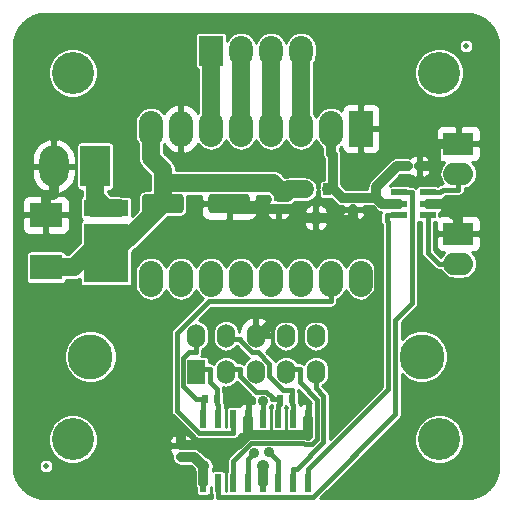
<source format=gbl>
%TF.GenerationSoftware,KiCad,Pcbnew,5.1.10*%
%TF.CreationDate,2021-11-03T12:23:44-04:00*%
%TF.ProjectId,stepper_driver,73746570-7065-4725-9f64-72697665722e,1.0*%
%TF.SameCoordinates,Original*%
%TF.FileFunction,Copper,L2,Bot*%
%TF.FilePolarity,Positive*%
%FSLAX46Y46*%
G04 Gerber Fmt 4.6, Leading zero omitted, Abs format (unit mm)*
G04 Created by KiCad (PCBNEW 5.1.10) date 2021-11-03 12:23:44*
%MOMM*%
%LPD*%
G01*
G04 APERTURE LIST*
%TA.AperFunction,ComponentPad*%
%ADD10O,2.000000X2.540000*%
%TD*%
%TA.AperFunction,ComponentPad*%
%ADD11R,2.000000X2.540000*%
%TD*%
%TA.AperFunction,ComponentPad*%
%ADD12O,2.540000X1.905000*%
%TD*%
%TA.AperFunction,ComponentPad*%
%ADD13R,2.540000X1.905000*%
%TD*%
%TA.AperFunction,SMDPad,CuDef*%
%ADD14R,0.600000X1.550000*%
%TD*%
%TA.AperFunction,SMDPad,CuDef*%
%ADD15R,0.700000X0.600000*%
%TD*%
%TA.AperFunction,SMDPad,CuDef*%
%ADD16R,0.600000X0.700000*%
%TD*%
%TA.AperFunction,ComponentPad*%
%ADD17C,3.810000*%
%TD*%
%TA.AperFunction,ComponentPad*%
%ADD18O,1.524000X2.032000*%
%TD*%
%TA.AperFunction,ComponentPad*%
%ADD19R,1.524000X2.032000*%
%TD*%
%TA.AperFunction,SMDPad,CuDef*%
%ADD20R,2.743000X2.159000*%
%TD*%
%TA.AperFunction,SMDPad,CuDef*%
%ADD21R,2.742999X2.159000*%
%TD*%
%TA.AperFunction,SMDPad,CuDef*%
%ADD22C,0.500000*%
%TD*%
%TA.AperFunction,ComponentPad*%
%ADD23C,3.556000*%
%TD*%
%TA.AperFunction,ComponentPad*%
%ADD24O,2.032000X3.048000*%
%TD*%
%TA.AperFunction,ComponentPad*%
%ADD25R,2.032000X3.048000*%
%TD*%
%TA.AperFunction,ComponentPad*%
%ADD26O,2.500000X3.500000*%
%TD*%
%TA.AperFunction,ComponentPad*%
%ADD27R,2.500000X3.500000*%
%TD*%
%TA.AperFunction,SMDPad,CuDef*%
%ADD28R,1.600000X1.440000*%
%TD*%
%TA.AperFunction,SMDPad,CuDef*%
%ADD29R,3.800000X4.960000*%
%TD*%
%TA.AperFunction,SMDPad,CuDef*%
%ADD30R,0.701040X1.000760*%
%TD*%
%TA.AperFunction,SMDPad,CuDef*%
%ADD31R,1.330960X0.558800*%
%TD*%
%TA.AperFunction,ViaPad*%
%ADD32C,1.066800*%
%TD*%
%TA.AperFunction,ViaPad*%
%ADD33C,0.889000*%
%TD*%
%TA.AperFunction,Conductor*%
%ADD34C,0.812800*%
%TD*%
%TA.AperFunction,Conductor*%
%ADD35C,1.524000*%
%TD*%
%TA.AperFunction,Conductor*%
%ADD36C,0.599800*%
%TD*%
%TA.AperFunction,Conductor*%
%ADD37C,0.406400*%
%TD*%
%TA.AperFunction,Conductor*%
%ADD38C,0.254000*%
%TD*%
%TA.AperFunction,Conductor*%
%ADD39C,0.100000*%
%TD*%
G04 APERTURE END LIST*
D10*
%TO.P,T1,4*%
%TO.N,/A-*%
X143510000Y-71501000D03*
%TO.P,T1,3*%
%TO.N,/A+*%
X140970000Y-71501000D03*
%TO.P,T1,2*%
%TO.N,/B+*%
X138430000Y-71501000D03*
D11*
%TO.P,T1,1*%
%TO.N,/B-*%
X135890000Y-71501000D03*
%TD*%
D12*
%TO.P,T3,2*%
%TO.N,/REF*%
X156845000Y-81915000D03*
D13*
%TO.P,T3,1*%
%TO.N,/GND*%
X156845000Y-79375000D03*
%TD*%
D12*
%TO.P,T4,2*%
%TO.N,/REFR*%
X156845000Y-89535000D03*
D13*
%TO.P,T4,1*%
%TO.N,/GND*%
X156845000Y-86995000D03*
%TD*%
D14*
%TO.P,U1,16*%
%TO.N,/VDD*%
X135255000Y-108110000D03*
%TO.P,U1,15*%
%TO.N,/REF_D*%
X136525000Y-108110000D03*
%TO.P,U1,14*%
%TO.N,/REF_A*%
X137795000Y-108110000D03*
%TO.P,U1,13*%
%TO.N,/REF_B*%
X139065000Y-108110000D03*
%TO.P,U1,12*%
%TO.N,/VDD*%
X140335000Y-108110000D03*
%TO.P,U1,11*%
%TO.N,/REFR_B*%
X141605000Y-108110000D03*
%TO.P,U1,10*%
%TO.N,/REFR_A*%
X142875000Y-108110000D03*
%TO.P,U1,9*%
%TO.N,/REFR_D*%
X144145000Y-108110000D03*
%TO.P,U1,8*%
%TO.N,/GND*%
X144145000Y-102710000D03*
%TO.P,U1,7*%
%TO.N,/DIR_B*%
X142875000Y-102710000D03*
%TO.P,U1,6*%
%TO.N,/DIR_A*%
X141605000Y-102710000D03*
%TO.P,U1,5*%
%TO.N,/DIR*%
X140335000Y-102710000D03*
%TO.P,U1,4*%
%TO.N,/GND*%
X139065000Y-102710000D03*
%TO.P,U1,3*%
%TO.N,/STEP*%
X137795000Y-102710000D03*
%TO.P,U1,2*%
%TO.N,/STEP_A*%
X136525000Y-102710000D03*
%TO.P,U1,1*%
%TO.N,/STEP_B*%
X135255000Y-102710000D03*
%TD*%
D15*
%TO.P,C2,2*%
%TO.N,/GND*%
X141605000Y-84955000D03*
%TO.P,C2,1*%
%TO.N,/VCC*%
X141605000Y-83955000D03*
%TD*%
%TO.P,C3,2*%
%TO.N,/GND*%
X147955000Y-84955000D03*
%TO.P,C3,1*%
%TO.N,/VDD*%
X147955000Y-83955000D03*
%TD*%
%TO.P,C4,2*%
%TO.N,/GND*%
X133350000Y-104910000D03*
%TO.P,C4,1*%
%TO.N,/VDD*%
X133350000Y-105910000D03*
%TD*%
D16*
%TO.P,C5,2*%
%TO.N,/GND*%
X153535000Y-81280000D03*
%TO.P,C5,1*%
%TO.N,/VDD*%
X152535000Y-81280000D03*
%TD*%
%TO.P,R1,2*%
%TO.N,/STEP_B*%
X135390000Y-100965000D03*
%TO.P,R1,1*%
%TO.N,/STEP_A*%
X136390000Y-100965000D03*
%TD*%
%TO.P,R2,2*%
%TO.N,/DIR_B*%
X142740000Y-100965000D03*
%TO.P,R2,1*%
%TO.N,/DIR_A*%
X141740000Y-100965000D03*
%TD*%
D17*
%TO.P,P1,*%
%TO.N,*%
X153733500Y-97409000D03*
X125666500Y-97409000D03*
D18*
%TO.P,P1,10*%
%TO.N,/REFR_B*%
X144780000Y-95631000D03*
%TO.P,P1,9*%
%TO.N,/REFR_A*%
X144780000Y-98679000D03*
%TO.P,P1,8*%
%TO.N,/REF_B*%
X142240000Y-95631000D03*
%TO.P,P1,7*%
%TO.N,/REF_A*%
X142240000Y-98679000D03*
%TO.P,P1,6*%
%TO.N,/GND*%
X139700000Y-95631000D03*
%TO.P,P1,5*%
%TO.N,/UART*%
X139700000Y-98679000D03*
%TO.P,P1,4*%
%TO.N,/DIR_B*%
X137160000Y-95631000D03*
%TO.P,P1,3*%
%TO.N,/DIR_A*%
X137160000Y-98679000D03*
%TO.P,P1,2*%
%TO.N,/STEP_B*%
X134620000Y-95631000D03*
D19*
%TO.P,P1,1*%
%TO.N,/STEP_A*%
X134620000Y-98679000D03*
%TD*%
D20*
%TO.P,D2,2*%
%TO.N,/GND*%
X121920000Y-85420000D03*
D21*
%TO.P,D2,1*%
%TO.N,/VCC*%
X121920000Y-89840000D03*
%TD*%
%TO.P,C1,2*%
%TO.N,/GND*%
%TA.AperFunction,SMDPad,CuDef*%
G36*
G01*
X135670000Y-85005400D02*
X135670000Y-83904600D01*
G75*
G02*
X135919600Y-83655000I249600J0D01*
G01*
X138920400Y-83655000D01*
G75*
G02*
X139170000Y-83904600I0J-249600D01*
G01*
X139170000Y-85005400D01*
G75*
G02*
X138920400Y-85255000I-249600J0D01*
G01*
X135919600Y-85255000D01*
G75*
G02*
X135670000Y-85005400I0J249600D01*
G01*
G37*
%TD.AperFunction*%
%TO.P,C1,1*%
%TO.N,/VCC*%
%TA.AperFunction,SMDPad,CuDef*%
G36*
G01*
X130070000Y-85005400D02*
X130070000Y-83904600D01*
G75*
G02*
X130319600Y-83655000I249600J0D01*
G01*
X133320400Y-83655000D01*
G75*
G02*
X133570000Y-83904600I0J-249600D01*
G01*
X133570000Y-85005400D01*
G75*
G02*
X133320400Y-85255000I-249600J0D01*
G01*
X130319600Y-85255000D01*
G75*
G02*
X130070000Y-85005400I0J249600D01*
G01*
G37*
%TD.AperFunction*%
%TD*%
D22*
%TO.P,FID2,~*%
%TO.N,N/C*%
X157480000Y-71120000D03*
%TD*%
%TO.P,FID4,~*%
%TO.N,N/C*%
X121920000Y-106680000D03*
%TD*%
D23*
%TO.P,MH1,1*%
%TO.N,N/C*%
X124181000Y-73380600D03*
%TD*%
%TO.P,MH2,1*%
%TO.N,N/C*%
X155219000Y-73380600D03*
%TD*%
%TO.P,MH3,1*%
%TO.N,N/C*%
X155219000Y-104419000D03*
%TD*%
%TO.P,MH4,1*%
%TO.N,N/C*%
X124181000Y-104419000D03*
%TD*%
D24*
%TO.P,SS1,9*%
%TO.N,/DIR*%
X148590000Y-90805000D03*
%TO.P,SS1,10*%
%TO.N,/STEP*%
X146050000Y-90805000D03*
%TO.P,SS1,11*%
%TO.N,N/C*%
X143510000Y-90805000D03*
%TO.P,SS1,12*%
%TO.N,/UART*%
X140970000Y-90805000D03*
%TO.P,SS1,13*%
%TO.N,N/C*%
X138430000Y-90805000D03*
%TO.P,SS1,14*%
X135890000Y-90805000D03*
%TO.P,SS1,15*%
X133350000Y-90805000D03*
%TO.P,SS1,16*%
X130810000Y-90805000D03*
%TO.P,SS1,8*%
%TO.N,/VCC*%
X130810000Y-78105000D03*
%TO.P,SS1,7*%
%TO.N,/GND*%
X133350000Y-78105000D03*
%TO.P,SS1,6*%
%TO.N,/B-*%
X135890000Y-78105000D03*
%TO.P,SS1,5*%
%TO.N,/B+*%
X138430000Y-78105000D03*
%TO.P,SS1,4*%
%TO.N,/A+*%
X140970000Y-78105000D03*
%TO.P,SS1,3*%
%TO.N,/A-*%
X143510000Y-78105000D03*
%TO.P,SS1,2*%
%TO.N,/VDD*%
X146050000Y-78105000D03*
D25*
%TO.P,SS1,1*%
%TO.N,/GND*%
X148590000Y-78105000D03*
%TD*%
D26*
%TO.P,T2,2*%
%TO.N,/GND*%
X122583000Y-81280000D03*
D27*
%TO.P,T2,1*%
%TO.N,/VAA*%
X126083000Y-81280000D03*
%TD*%
D28*
%TO.P,D1,2*%
%TO.N,/VAA*%
X125935000Y-84850000D03*
X128065000Y-84850000D03*
D29*
%TO.P,D1,1*%
%TO.N,/VCC*%
X127000000Y-88650000D03*
%TD*%
D30*
%TO.P,REG1,3*%
%TO.N,/GND*%
X144780000Y-85653880D03*
%TO.P,REG1,2*%
%TO.N,/VDD*%
X145729960Y-83256120D03*
%TO.P,REG1,1*%
%TO.N,/VCC*%
X143830040Y-83256120D03*
%TD*%
D31*
%TO.P,U2,6*%
%TO.N,/REF_D*%
X151836120Y-83505040D03*
%TO.P,U2,5*%
%TO.N,/VDD*%
X151836120Y-84455000D03*
%TO.P,U2,4*%
%TO.N,/REFR_D*%
X151836120Y-85404960D03*
%TO.P,U2,3*%
%TO.N,/REFR*%
X154233880Y-85404960D03*
%TO.P,U2,2*%
%TO.N,/GND*%
X154233880Y-84455000D03*
%TO.P,U2,1*%
%TO.N,/REF*%
X154233880Y-83505040D03*
%TD*%
D32*
%TO.N,/GND*%
X132164100Y-94099500D03*
%TO.N,/VDD*%
X135255000Y-106683300D03*
X140335000Y-106683300D03*
D33*
%TO.N,/REF_B*%
X139537600Y-105581600D03*
%TO.N,/REFR_B*%
X140846600Y-105497000D03*
%TO.N,/DIR*%
X140279800Y-101178800D03*
%TD*%
D34*
%TO.N,/GND*%
X139065000Y-104035900D02*
X139017000Y-104035900D01*
X139017000Y-104035900D02*
X138142900Y-104910000D01*
X138142900Y-104910000D02*
X134309600Y-104910000D01*
X139065000Y-103815200D02*
X139065000Y-104035900D01*
X144145000Y-104094600D02*
X144086300Y-104035900D01*
X144086300Y-104035900D02*
X139065000Y-104035900D01*
X147955000Y-84955000D02*
X147955000Y-85864600D01*
X133350000Y-104000400D02*
X132164100Y-102814500D01*
X132164100Y-102814500D02*
X132164100Y-94099500D01*
X133350000Y-104910000D02*
X133350000Y-104000400D01*
X141605000Y-84955000D02*
X137920000Y-84955000D01*
X137920000Y-84955000D02*
X137420000Y-84455000D01*
X143819900Y-85653900D02*
X143121000Y-84955000D01*
X143121000Y-84955000D02*
X141605000Y-84955000D01*
X153535000Y-81280000D02*
X154444600Y-81280000D01*
X156845000Y-79375000D02*
X154965400Y-79375000D01*
X154965400Y-79375000D02*
X154965400Y-80759200D01*
X154965400Y-80759200D02*
X154444600Y-81280000D01*
X147955000Y-85864600D02*
X145950800Y-85864600D01*
X145950800Y-85864600D02*
X145740100Y-85653900D01*
X139700000Y-95885000D02*
X141480000Y-94105000D01*
X141480000Y-94105000D02*
X147990800Y-94105000D01*
X147990800Y-94105000D02*
X150133500Y-91962300D01*
X150133500Y-91962300D02*
X150133500Y-88043100D01*
X150133500Y-88043100D02*
X147955000Y-85864600D01*
X144780000Y-85653900D02*
X145740100Y-85653900D01*
X144145000Y-102710000D02*
X144145000Y-104094600D01*
X133350000Y-104910000D02*
X134309600Y-104910000D01*
X139065000Y-102710000D02*
X139065000Y-103815200D01*
X144780000Y-85653900D02*
X143819900Y-85653900D01*
X121920000Y-85420000D02*
X121920000Y-83730900D01*
X122583000Y-81280000D02*
X122583000Y-83639600D01*
X122583000Y-83639600D02*
X122491700Y-83730900D01*
X122491700Y-83730900D02*
X121920000Y-83730900D01*
X156845000Y-86995000D02*
X156845000Y-85432900D01*
X154233900Y-84455000D02*
X155509000Y-84455000D01*
X155509000Y-84455000D02*
X156486900Y-85432900D01*
X156486900Y-85432900D02*
X156845000Y-85432900D01*
D35*
%TO.N,/A-*%
X143510000Y-78105000D02*
X143510000Y-71501000D01*
%TO.N,/A+*%
X140970000Y-78105000D02*
X140970000Y-71501000D01*
%TO.N,/B+*%
X138430000Y-78105000D02*
X138430000Y-71501000D01*
%TO.N,/B-*%
X135890000Y-78105000D02*
X135890000Y-71501000D01*
%TO.N,/VCC*%
X143830000Y-83256100D02*
X142514000Y-83256100D01*
X142514000Y-83256100D02*
X142213500Y-83556600D01*
X142213500Y-83556600D02*
X142003400Y-83556600D01*
X127000000Y-88650000D02*
X127625000Y-88650000D01*
X127625000Y-88650000D02*
X131820000Y-84455000D01*
X124257000Y-89840000D02*
X125447000Y-88650000D01*
X125447000Y-88650000D02*
X127000000Y-88650000D01*
X131820000Y-82684000D02*
X141130800Y-82684000D01*
X141130800Y-82684000D02*
X142003400Y-83556600D01*
X130810000Y-80594500D02*
X131820000Y-81604500D01*
X131820000Y-81604500D02*
X131820000Y-82684000D01*
X131820000Y-82684000D02*
X131820000Y-84455000D01*
D36*
X142003400Y-83556600D02*
X141605000Y-83955000D01*
D35*
X130810000Y-78105000D02*
X130810000Y-80594500D01*
X121920000Y-89840000D02*
X124257000Y-89840000D01*
D34*
%TO.N,/VDD*%
X147955000Y-83955000D02*
X146995400Y-83955000D01*
X146995400Y-83955000D02*
X146296500Y-83256100D01*
X146296500Y-83256100D02*
X146183800Y-83256100D01*
X149879700Y-83955000D02*
X147955000Y-83955000D01*
X149879700Y-83955000D02*
X149879700Y-83025700D01*
X149879700Y-83025700D02*
X151625400Y-81280000D01*
X151836100Y-84455000D02*
X150379700Y-84455000D01*
X150379700Y-84455000D02*
X149879700Y-83955000D01*
X152535000Y-81280000D02*
X151625400Y-81280000D01*
X133350000Y-105910000D02*
X134481700Y-105910000D01*
X134481700Y-105910000D02*
X135255000Y-106683300D01*
X140335000Y-106683300D02*
X140335000Y-108110000D01*
X135255000Y-106725400D02*
X135255000Y-106683300D01*
X135255000Y-108110000D02*
X135255000Y-106725400D01*
X146050000Y-78105000D02*
X146050000Y-80238600D01*
X145730000Y-83256100D02*
X146183800Y-83256100D01*
X146050000Y-80238600D02*
X146183800Y-80372400D01*
X146183800Y-80372400D02*
X146183800Y-83256100D01*
D35*
%TO.N,/VAA*%
X126083000Y-81280000D02*
X126083000Y-83995500D01*
X127000000Y-84850000D02*
X126145500Y-83995500D01*
X126145500Y-83995500D02*
X126083000Y-83995500D01*
X127000000Y-84850000D02*
X125935000Y-84850000D01*
X128065000Y-84850000D02*
X127000000Y-84850000D01*
D37*
%TO.N,/STEP_A*%
X136525000Y-102710000D02*
X136525000Y-101528600D01*
X136390000Y-100965000D02*
X136390000Y-101393600D01*
X136390000Y-101393600D02*
X136525000Y-101528600D01*
X135788400Y-98425000D02*
X135788400Y-99593400D01*
X135788400Y-99593400D02*
X136390000Y-100195000D01*
X136390000Y-100195000D02*
X136390000Y-100965000D01*
X134620000Y-98425000D02*
X135788400Y-98425000D01*
%TO.N,/STEP_B*%
X135255000Y-100965000D02*
X135390000Y-100965000D01*
X134620000Y-97053400D02*
X134016100Y-97053400D01*
X134016100Y-97053400D02*
X133552800Y-97516700D01*
X133552800Y-97516700D02*
X133552800Y-99891200D01*
X133552800Y-99891200D02*
X134626600Y-100965000D01*
X134626600Y-100965000D02*
X135255000Y-100965000D01*
X135255000Y-100965000D02*
X135255000Y-102710000D01*
X134620000Y-95885000D02*
X134620000Y-97053400D01*
%TO.N,/DIR_A*%
X141033600Y-100965000D02*
X141033600Y-100872400D01*
X141033600Y-100872400D02*
X140590400Y-100429200D01*
X140590400Y-100429200D02*
X139675400Y-100429200D01*
X139675400Y-100429200D02*
X138328400Y-99082200D01*
X138328400Y-99082200D02*
X138328400Y-98425000D01*
X141740000Y-100965000D02*
X141033600Y-100965000D01*
X141605000Y-102710000D02*
X141605000Y-101528600D01*
X141605000Y-101528600D02*
X141740000Y-101393600D01*
X141740000Y-101393600D02*
X141740000Y-100965000D01*
X137160000Y-98425000D02*
X138328400Y-98425000D01*
%TO.N,/DIR_B*%
X142740000Y-100965000D02*
X142740000Y-100208600D01*
X137160000Y-95885000D02*
X138328400Y-95885000D01*
X138328400Y-95885000D02*
X138328400Y-96031200D01*
X138328400Y-96031200D02*
X139350600Y-97053400D01*
X139350600Y-97053400D02*
X139879200Y-97053400D01*
X139879200Y-97053400D02*
X140830600Y-98004800D01*
X140830600Y-98004800D02*
X140830600Y-99055100D01*
X140830600Y-99055100D02*
X141984100Y-100208600D01*
X141984100Y-100208600D02*
X142740000Y-100208600D01*
X142875000Y-102710000D02*
X142875000Y-101528600D01*
X142740000Y-100965000D02*
X142740000Y-101393600D01*
X142740000Y-101393600D02*
X142875000Y-101528600D01*
%TO.N,/REF_A*%
X143408400Y-98425000D02*
X143408400Y-99593400D01*
X143408400Y-99593400D02*
X144897100Y-101082100D01*
X144897100Y-101082100D02*
X144897100Y-104362700D01*
X144897100Y-104362700D02*
X144412800Y-104847000D01*
X144412800Y-104847000D02*
X143815600Y-104847000D01*
X143815600Y-104847000D02*
X143716000Y-104747400D01*
X143716000Y-104747400D02*
X139311700Y-104747400D01*
X139311700Y-104747400D02*
X137795000Y-106264100D01*
X137795000Y-106264100D02*
X137795000Y-106928600D01*
X137795000Y-108110000D02*
X137795000Y-106928600D01*
X142240000Y-98425000D02*
X143408400Y-98425000D01*
%TO.N,/REF_B*%
X139065000Y-108110000D02*
X139065000Y-106928600D01*
X139537600Y-105581600D02*
X139065000Y-106054200D01*
X139065000Y-106054200D02*
X139065000Y-106928600D01*
%TO.N,/REFR_A*%
X142875000Y-108110000D02*
X142875000Y-106928600D01*
X142875000Y-106928600D02*
X143140000Y-106928600D01*
X143140000Y-106928600D02*
X145405400Y-104663200D01*
X145405400Y-104663200D02*
X145405400Y-100726800D01*
X145405400Y-100726800D02*
X144780000Y-100101400D01*
X144780000Y-98425000D02*
X144780000Y-100101400D01*
%TO.N,/REFR_B*%
X140846600Y-105497000D02*
X141605000Y-106255400D01*
X141605000Y-106255400D02*
X141605000Y-108110000D01*
%TO.N,/STEP*%
X137795000Y-102710000D02*
X137795000Y-103891400D01*
X146050000Y-90805000D02*
X146050000Y-92735400D01*
X146050000Y-92735400D02*
X135683300Y-92735400D01*
X135683300Y-92735400D02*
X133023900Y-95394800D01*
X133023900Y-95394800D02*
X133023900Y-101995200D01*
X133023900Y-101995200D02*
X134920100Y-103891400D01*
X134920100Y-103891400D02*
X137795000Y-103891400D01*
%TO.N,/DIR*%
X140335000Y-102710000D02*
X140335000Y-101528600D01*
X140279800Y-101178800D02*
X140279800Y-101473400D01*
X140279800Y-101473400D02*
X140335000Y-101528600D01*
%TO.N,/REF*%
X156845000Y-81915000D02*
X156845000Y-83273900D01*
X154233900Y-83505000D02*
X155305800Y-83505000D01*
X155305800Y-83505000D02*
X155536900Y-83273900D01*
X155536900Y-83273900D02*
X156845000Y-83273900D01*
%TO.N,/REFR*%
X156845000Y-89535000D02*
X155168600Y-89535000D01*
X154233900Y-85405000D02*
X154233900Y-88600300D01*
X154233900Y-88600300D02*
X155168600Y-89535000D01*
%TO.N,/REFR_D*%
X144145000Y-108110000D02*
X144145000Y-106928600D01*
X151836100Y-85405000D02*
X150764200Y-85405000D01*
X150764200Y-85405000D02*
X150764200Y-85897700D01*
X150764200Y-85897700D02*
X150883600Y-86017100D01*
X150883600Y-86017100D02*
X150883600Y-100190000D01*
X150883600Y-100190000D02*
X144145000Y-106928600D01*
%TO.N,/REF_D*%
X136525000Y-108110000D02*
X136525000Y-109291400D01*
X151836100Y-83505000D02*
X152908000Y-83505000D01*
X152908000Y-83505000D02*
X152908000Y-92888900D01*
X152908000Y-92888900D02*
X151511500Y-94285400D01*
X151511500Y-94285400D02*
X151511500Y-102279500D01*
X151511500Y-102279500D02*
X144499600Y-109291400D01*
X144499600Y-109291400D02*
X136525000Y-109291400D01*
%TD*%
D38*
%TO.N,/GND*%
X158009947Y-68443593D02*
X158519699Y-68597497D01*
X158989854Y-68847483D01*
X159402503Y-69184030D01*
X159741920Y-69594317D01*
X159995184Y-70062717D01*
X160152641Y-70571384D01*
X160210500Y-71121863D01*
X160210501Y-106658247D01*
X160156407Y-107209942D01*
X160002503Y-107719700D01*
X159752517Y-108189854D01*
X159415970Y-108602503D01*
X159005683Y-108941920D01*
X158537288Y-109195182D01*
X158028616Y-109352642D01*
X157478137Y-109410500D01*
X145134841Y-109410500D01*
X150333981Y-104211360D01*
X153110800Y-104211360D01*
X153110800Y-104626640D01*
X153191817Y-105033939D01*
X153350737Y-105417607D01*
X153581454Y-105762899D01*
X153875101Y-106056546D01*
X154220393Y-106287263D01*
X154604061Y-106446183D01*
X155011360Y-106527200D01*
X155426640Y-106527200D01*
X155833939Y-106446183D01*
X156217607Y-106287263D01*
X156562899Y-106056546D01*
X156856546Y-105762899D01*
X157087263Y-105417607D01*
X157246183Y-105033939D01*
X157327200Y-104626640D01*
X157327200Y-104211360D01*
X157246183Y-103804061D01*
X157087263Y-103420393D01*
X156856546Y-103075101D01*
X156562899Y-102781454D01*
X156217607Y-102550737D01*
X155833939Y-102391817D01*
X155426640Y-102310800D01*
X155011360Y-102310800D01*
X154604061Y-102391817D01*
X154220393Y-102550737D01*
X153875101Y-102781454D01*
X153581454Y-103075101D01*
X153350737Y-103420393D01*
X153191817Y-103804061D01*
X153110800Y-104211360D01*
X150333981Y-104211360D01*
X151870151Y-102675191D01*
X151890495Y-102658495D01*
X151957151Y-102577275D01*
X152006681Y-102484611D01*
X152037181Y-102384065D01*
X152044900Y-102305695D01*
X152044900Y-102305688D01*
X152047479Y-102279501D01*
X152044900Y-102253314D01*
X152044900Y-98881450D01*
X152308643Y-99145193D01*
X152674736Y-99389808D01*
X153081516Y-99558302D01*
X153513352Y-99644200D01*
X153953648Y-99644200D01*
X154385484Y-99558302D01*
X154792264Y-99389808D01*
X155158357Y-99145193D01*
X155469693Y-98833857D01*
X155714308Y-98467764D01*
X155882802Y-98060984D01*
X155968700Y-97629148D01*
X155968700Y-97188852D01*
X155882802Y-96757016D01*
X155714308Y-96350236D01*
X155469693Y-95984143D01*
X155158357Y-95672807D01*
X154792264Y-95428192D01*
X154385484Y-95259698D01*
X153953648Y-95173800D01*
X153513352Y-95173800D01*
X153081516Y-95259698D01*
X152674736Y-95428192D01*
X152308643Y-95672807D01*
X152044900Y-95936550D01*
X152044900Y-94506341D01*
X153266651Y-93284591D01*
X153286995Y-93267895D01*
X153353651Y-93186675D01*
X153403181Y-93094011D01*
X153433681Y-92993465D01*
X153441400Y-92915095D01*
X153441400Y-92915088D01*
X153443979Y-92888901D01*
X153441400Y-92862714D01*
X153441400Y-85990886D01*
X153441427Y-85990900D01*
X153503670Y-86009782D01*
X153568400Y-86016157D01*
X153700500Y-86016157D01*
X153700501Y-88574103D01*
X153697921Y-88600300D01*
X153708219Y-88704864D01*
X153738719Y-88805410D01*
X153770095Y-88864109D01*
X153788250Y-88898075D01*
X153812378Y-88927475D01*
X153838207Y-88958948D01*
X153838210Y-88958951D01*
X153854906Y-88979295D01*
X153875250Y-88995991D01*
X154772909Y-89893651D01*
X154789605Y-89913995D01*
X154870825Y-89980651D01*
X154963489Y-90030181D01*
X155064035Y-90060681D01*
X155142405Y-90068400D01*
X155142412Y-90068400D01*
X155168599Y-90070979D01*
X155194786Y-90068400D01*
X155358170Y-90068400D01*
X155455814Y-90251078D01*
X155616106Y-90446394D01*
X155811422Y-90606686D01*
X156034257Y-90725794D01*
X156276047Y-90799140D01*
X156464490Y-90817700D01*
X157225510Y-90817700D01*
X157413953Y-90799140D01*
X157655743Y-90725794D01*
X157878578Y-90606686D01*
X158073894Y-90446394D01*
X158234186Y-90251078D01*
X158353294Y-90028243D01*
X158426640Y-89786453D01*
X158451406Y-89535000D01*
X158426640Y-89283547D01*
X158353294Y-89041757D01*
X158234186Y-88818922D01*
X158073894Y-88623606D01*
X158027216Y-88585298D01*
X158115000Y-88585572D01*
X158239482Y-88573312D01*
X158359180Y-88537002D01*
X158469494Y-88478037D01*
X158566185Y-88398685D01*
X158645537Y-88301994D01*
X158704502Y-88191680D01*
X158740812Y-88071982D01*
X158753072Y-87947500D01*
X158750000Y-87280750D01*
X158591250Y-87122000D01*
X156972000Y-87122000D01*
X156972000Y-87142000D01*
X156718000Y-87142000D01*
X156718000Y-87122000D01*
X155098750Y-87122000D01*
X154940000Y-87280750D01*
X154936928Y-87947500D01*
X154949188Y-88071982D01*
X154985498Y-88191680D01*
X155044463Y-88301994D01*
X155123815Y-88398685D01*
X155220506Y-88478037D01*
X155330820Y-88537002D01*
X155450518Y-88573312D01*
X155575000Y-88585572D01*
X155662784Y-88585298D01*
X155616106Y-88623606D01*
X155455814Y-88818922D01*
X155369098Y-88981156D01*
X154767300Y-88379359D01*
X154767300Y-86016157D01*
X154899360Y-86016157D01*
X154939916Y-86012163D01*
X154936928Y-86042500D01*
X154940000Y-86709250D01*
X155098750Y-86868000D01*
X156718000Y-86868000D01*
X156718000Y-85566250D01*
X156972000Y-85566250D01*
X156972000Y-86868000D01*
X158591250Y-86868000D01*
X158750000Y-86709250D01*
X158753072Y-86042500D01*
X158740812Y-85918018D01*
X158704502Y-85798320D01*
X158645537Y-85688006D01*
X158566185Y-85591315D01*
X158469494Y-85511963D01*
X158359180Y-85452998D01*
X158239482Y-85416688D01*
X158115000Y-85404428D01*
X157130750Y-85407500D01*
X156972000Y-85566250D01*
X156718000Y-85566250D01*
X156559250Y-85407500D01*
X155575000Y-85404428D01*
X155450518Y-85416688D01*
X155330820Y-85452998D01*
X155231157Y-85506270D01*
X155231157Y-85277208D01*
X155252138Y-85266080D01*
X155349085Y-85187040D01*
X155428750Y-85090606D01*
X155488070Y-84980482D01*
X155524766Y-84860902D01*
X155534360Y-84740750D01*
X155375610Y-84582000D01*
X154360880Y-84582000D01*
X154360880Y-84602000D01*
X154106880Y-84602000D01*
X154106880Y-84582000D01*
X154086880Y-84582000D01*
X154086880Y-84328000D01*
X154106880Y-84328000D01*
X154106880Y-84308000D01*
X154360880Y-84308000D01*
X154360880Y-84328000D01*
X155375610Y-84328000D01*
X155534360Y-84169250D01*
X155524766Y-84049098D01*
X155509853Y-84000502D01*
X155510911Y-84000181D01*
X155603575Y-83950651D01*
X155684795Y-83883995D01*
X155701496Y-83863645D01*
X155757841Y-83807300D01*
X156818806Y-83807300D01*
X156845000Y-83809880D01*
X156949565Y-83799581D01*
X157050111Y-83769081D01*
X157142775Y-83719551D01*
X157223995Y-83652895D01*
X157290651Y-83571675D01*
X157340181Y-83479011D01*
X157370681Y-83378465D01*
X157378400Y-83300095D01*
X157380980Y-83273900D01*
X157378400Y-83247705D01*
X157378400Y-83182642D01*
X157413953Y-83179140D01*
X157655743Y-83105794D01*
X157878578Y-82986686D01*
X158073894Y-82826394D01*
X158234186Y-82631078D01*
X158353294Y-82408243D01*
X158426640Y-82166453D01*
X158451406Y-81915000D01*
X158426640Y-81663547D01*
X158353294Y-81421757D01*
X158234186Y-81198922D01*
X158073894Y-81003606D01*
X158027216Y-80965298D01*
X158115000Y-80965572D01*
X158239482Y-80953312D01*
X158359180Y-80917002D01*
X158469494Y-80858037D01*
X158566185Y-80778685D01*
X158645537Y-80681994D01*
X158704502Y-80571680D01*
X158740812Y-80451982D01*
X158753072Y-80327500D01*
X158750000Y-79660750D01*
X158591250Y-79502000D01*
X156972000Y-79502000D01*
X156972000Y-79522000D01*
X156718000Y-79522000D01*
X156718000Y-79502000D01*
X155098750Y-79502000D01*
X154940000Y-79660750D01*
X154936928Y-80327500D01*
X154949188Y-80451982D01*
X154985498Y-80571680D01*
X155044463Y-80681994D01*
X155123815Y-80778685D01*
X155220506Y-80858037D01*
X155330820Y-80917002D01*
X155450518Y-80953312D01*
X155575000Y-80965572D01*
X155662784Y-80965298D01*
X155616106Y-81003606D01*
X155455814Y-81198922D01*
X155336706Y-81421757D01*
X155263360Y-81663547D01*
X155238594Y-81915000D01*
X155263360Y-82166453D01*
X155336706Y-82408243D01*
X155455814Y-82631078D01*
X155544077Y-82738627D01*
X155536900Y-82737920D01*
X155510706Y-82740500D01*
X155510705Y-82740500D01*
X155432335Y-82748219D01*
X155331789Y-82778719D01*
X155239125Y-82828249D01*
X155157905Y-82894905D01*
X155141200Y-82915259D01*
X155096331Y-82960129D01*
X155083697Y-82949761D01*
X155026333Y-82919100D01*
X154964090Y-82900218D01*
X154899360Y-82893843D01*
X153568400Y-82893843D01*
X153503670Y-82900218D01*
X153441427Y-82919100D01*
X153384063Y-82949761D01*
X153333784Y-82991024D01*
X153292521Y-83041303D01*
X153261860Y-83098667D01*
X153260230Y-83104040D01*
X153205775Y-83059349D01*
X153113111Y-83009819D01*
X153012565Y-82979319D01*
X152934195Y-82971600D01*
X152934194Y-82971600D01*
X152908000Y-82969020D01*
X152881805Y-82971600D01*
X152712548Y-82971600D01*
X152685937Y-82949761D01*
X152628573Y-82919100D01*
X152566330Y-82900218D01*
X152501600Y-82893843D01*
X151170640Y-82893843D01*
X151105910Y-82900218D01*
X151043667Y-82919100D01*
X151010031Y-82937078D01*
X151930510Y-82016600D01*
X152571186Y-82016600D01*
X152679399Y-82005942D01*
X152713560Y-81995579D01*
X152783815Y-82081185D01*
X152880506Y-82160537D01*
X152990820Y-82219502D01*
X153110518Y-82255812D01*
X153235000Y-82268072D01*
X153249250Y-82265000D01*
X153408000Y-82106250D01*
X153408000Y-81407000D01*
X153662000Y-81407000D01*
X153662000Y-82106250D01*
X153820750Y-82265000D01*
X153835000Y-82268072D01*
X153959482Y-82255812D01*
X154079180Y-82219502D01*
X154189494Y-82160537D01*
X154286185Y-82081185D01*
X154365537Y-81984494D01*
X154424502Y-81874180D01*
X154460812Y-81754482D01*
X154473072Y-81630000D01*
X154470000Y-81565750D01*
X154311250Y-81407000D01*
X153662000Y-81407000D01*
X153408000Y-81407000D01*
X153388000Y-81407000D01*
X153388000Y-81153000D01*
X153408000Y-81153000D01*
X153408000Y-80453750D01*
X153662000Y-80453750D01*
X153662000Y-81153000D01*
X154311250Y-81153000D01*
X154470000Y-80994250D01*
X154473072Y-80930000D01*
X154460812Y-80805518D01*
X154424502Y-80685820D01*
X154365537Y-80575506D01*
X154286185Y-80478815D01*
X154189494Y-80399463D01*
X154079180Y-80340498D01*
X153959482Y-80304188D01*
X153835000Y-80291928D01*
X153820750Y-80295000D01*
X153662000Y-80453750D01*
X153408000Y-80453750D01*
X153249250Y-80295000D01*
X153235000Y-80291928D01*
X153110518Y-80304188D01*
X152990820Y-80340498D01*
X152880506Y-80399463D01*
X152783815Y-80478815D01*
X152713560Y-80564421D01*
X152679399Y-80554058D01*
X152571186Y-80543400D01*
X151661586Y-80543400D01*
X151625400Y-80539836D01*
X151589214Y-80543400D01*
X151481001Y-80554058D01*
X151342151Y-80596178D01*
X151244920Y-80648149D01*
X151214187Y-80664576D01*
X151141528Y-80724206D01*
X151102025Y-80756625D01*
X151078959Y-80784731D01*
X149384432Y-82479259D01*
X149356326Y-82502325D01*
X149333260Y-82530431D01*
X149333258Y-82530433D01*
X149264276Y-82614488D01*
X149195878Y-82742453D01*
X149153759Y-82881302D01*
X149139536Y-83025700D01*
X149143101Y-83061893D01*
X149143101Y-83218400D01*
X147300510Y-83218400D01*
X146920400Y-82838291D01*
X146920400Y-80408586D01*
X146923964Y-80372400D01*
X146909742Y-80228002D01*
X146893516Y-80174512D01*
X146867622Y-80089151D01*
X146799224Y-79961187D01*
X146786600Y-79945805D01*
X146786600Y-79745718D01*
X146801526Y-79737740D01*
X146935932Y-79627436D01*
X146935928Y-79629000D01*
X146948188Y-79753482D01*
X146984498Y-79873180D01*
X147043463Y-79983494D01*
X147122815Y-80080185D01*
X147219506Y-80159537D01*
X147329820Y-80218502D01*
X147449518Y-80254812D01*
X147574000Y-80267072D01*
X148304250Y-80264000D01*
X148463000Y-80105250D01*
X148463000Y-78232000D01*
X148717000Y-78232000D01*
X148717000Y-80105250D01*
X148875750Y-80264000D01*
X149606000Y-80267072D01*
X149730482Y-80254812D01*
X149850180Y-80218502D01*
X149960494Y-80159537D01*
X150057185Y-80080185D01*
X150136537Y-79983494D01*
X150195502Y-79873180D01*
X150231812Y-79753482D01*
X150244072Y-79629000D01*
X150241079Y-78422500D01*
X154936928Y-78422500D01*
X154940000Y-79089250D01*
X155098750Y-79248000D01*
X156718000Y-79248000D01*
X156718000Y-77946250D01*
X156972000Y-77946250D01*
X156972000Y-79248000D01*
X158591250Y-79248000D01*
X158750000Y-79089250D01*
X158753072Y-78422500D01*
X158740812Y-78298018D01*
X158704502Y-78178320D01*
X158645537Y-78068006D01*
X158566185Y-77971315D01*
X158469494Y-77891963D01*
X158359180Y-77832998D01*
X158239482Y-77796688D01*
X158115000Y-77784428D01*
X157130750Y-77787500D01*
X156972000Y-77946250D01*
X156718000Y-77946250D01*
X156559250Y-77787500D01*
X155575000Y-77784428D01*
X155450518Y-77796688D01*
X155330820Y-77832998D01*
X155220506Y-77891963D01*
X155123815Y-77971315D01*
X155044463Y-78068006D01*
X154985498Y-78178320D01*
X154949188Y-78298018D01*
X154936928Y-78422500D01*
X150241079Y-78422500D01*
X150241000Y-78390750D01*
X150082250Y-78232000D01*
X148717000Y-78232000D01*
X148463000Y-78232000D01*
X148443000Y-78232000D01*
X148443000Y-77978000D01*
X148463000Y-77978000D01*
X148463000Y-76104750D01*
X148717000Y-76104750D01*
X148717000Y-77978000D01*
X150082250Y-77978000D01*
X150241000Y-77819250D01*
X150244072Y-76581000D01*
X150231812Y-76456518D01*
X150195502Y-76336820D01*
X150136537Y-76226506D01*
X150057185Y-76129815D01*
X149960494Y-76050463D01*
X149850180Y-75991498D01*
X149730482Y-75955188D01*
X149606000Y-75942928D01*
X148875750Y-75946000D01*
X148717000Y-76104750D01*
X148463000Y-76104750D01*
X148304250Y-75946000D01*
X147574000Y-75942928D01*
X147449518Y-75955188D01*
X147329820Y-75991498D01*
X147219506Y-76050463D01*
X147122815Y-76129815D01*
X147043463Y-76226506D01*
X146984498Y-76336820D01*
X146948188Y-76456518D01*
X146935928Y-76581000D01*
X146935932Y-76582563D01*
X146801527Y-76472260D01*
X146567661Y-76347256D01*
X146313901Y-76270279D01*
X146050000Y-76244287D01*
X145786100Y-76270279D01*
X145532340Y-76347256D01*
X145298474Y-76472260D01*
X145093488Y-76640487D01*
X144925260Y-76845473D01*
X144800256Y-77079339D01*
X144780000Y-77146114D01*
X144759744Y-77079339D01*
X144634740Y-76845473D01*
X144602200Y-76805823D01*
X144602200Y-73172960D01*
X153110800Y-73172960D01*
X153110800Y-73588240D01*
X153191817Y-73995539D01*
X153350737Y-74379207D01*
X153581454Y-74724499D01*
X153875101Y-75018146D01*
X154220393Y-75248863D01*
X154604061Y-75407783D01*
X155011360Y-75488800D01*
X155426640Y-75488800D01*
X155833939Y-75407783D01*
X156217607Y-75248863D01*
X156562899Y-75018146D01*
X156856546Y-74724499D01*
X157087263Y-74379207D01*
X157246183Y-73995539D01*
X157327200Y-73588240D01*
X157327200Y-73172960D01*
X157246183Y-72765661D01*
X157087263Y-72381993D01*
X156856546Y-72036701D01*
X156562899Y-71743054D01*
X156217607Y-71512337D01*
X155833939Y-71353417D01*
X155426640Y-71272400D01*
X155011360Y-71272400D01*
X154604061Y-71353417D01*
X154220393Y-71512337D01*
X153875101Y-71743054D01*
X153581454Y-72036701D01*
X153350737Y-72381993D01*
X153191817Y-72765661D01*
X153110800Y-73172960D01*
X144602200Y-73172960D01*
X144602200Y-72536956D01*
X144621372Y-72513595D01*
X144744891Y-72282508D01*
X144820953Y-72031764D01*
X144840200Y-71836345D01*
X144840200Y-71165654D01*
X144829622Y-71058246D01*
X156853000Y-71058246D01*
X156853000Y-71181754D01*
X156877095Y-71302889D01*
X156924360Y-71416996D01*
X156992977Y-71519689D01*
X157080311Y-71607023D01*
X157183004Y-71675640D01*
X157297111Y-71722905D01*
X157418246Y-71747000D01*
X157541754Y-71747000D01*
X157662889Y-71722905D01*
X157776996Y-71675640D01*
X157879689Y-71607023D01*
X157967023Y-71519689D01*
X158035640Y-71416996D01*
X158082905Y-71302889D01*
X158107000Y-71181754D01*
X158107000Y-71058246D01*
X158082905Y-70937111D01*
X158035640Y-70823004D01*
X157967023Y-70720311D01*
X157879689Y-70632977D01*
X157776996Y-70564360D01*
X157662889Y-70517095D01*
X157541754Y-70493000D01*
X157418246Y-70493000D01*
X157297111Y-70517095D01*
X157183004Y-70564360D01*
X157080311Y-70632977D01*
X156992977Y-70720311D01*
X156924360Y-70823004D01*
X156877095Y-70937111D01*
X156853000Y-71058246D01*
X144829622Y-71058246D01*
X144820953Y-70970235D01*
X144744891Y-70719492D01*
X144621372Y-70488405D01*
X144455144Y-70285856D01*
X144252594Y-70119628D01*
X144021507Y-69996109D01*
X143770764Y-69920047D01*
X143510000Y-69894364D01*
X143249235Y-69920047D01*
X142998492Y-69996109D01*
X142767405Y-70119628D01*
X142564856Y-70285856D01*
X142398628Y-70488406D01*
X142275109Y-70719493D01*
X142240000Y-70835231D01*
X142204891Y-70719492D01*
X142081372Y-70488405D01*
X141915144Y-70285856D01*
X141712594Y-70119628D01*
X141481507Y-69996109D01*
X141230764Y-69920047D01*
X140970000Y-69894364D01*
X140709235Y-69920047D01*
X140458492Y-69996109D01*
X140227405Y-70119628D01*
X140024856Y-70285856D01*
X139858628Y-70488406D01*
X139735109Y-70719493D01*
X139700000Y-70835231D01*
X139664891Y-70719492D01*
X139541372Y-70488405D01*
X139375144Y-70285856D01*
X139172594Y-70119628D01*
X138941507Y-69996109D01*
X138690764Y-69920047D01*
X138430000Y-69894364D01*
X138169235Y-69920047D01*
X137918492Y-69996109D01*
X137687405Y-70119628D01*
X137484856Y-70285856D01*
X137318628Y-70488406D01*
X137221797Y-70669563D01*
X137221797Y-70231000D01*
X137215422Y-70166270D01*
X137196540Y-70104027D01*
X137165879Y-70046663D01*
X137124616Y-69996384D01*
X137074337Y-69955121D01*
X137016973Y-69924460D01*
X136954730Y-69905578D01*
X136890000Y-69899203D01*
X134890000Y-69899203D01*
X134825270Y-69905578D01*
X134763027Y-69924460D01*
X134705663Y-69955121D01*
X134655384Y-69996384D01*
X134614121Y-70046663D01*
X134583460Y-70104027D01*
X134564578Y-70166270D01*
X134558203Y-70231000D01*
X134558203Y-72771000D01*
X134564578Y-72835730D01*
X134583460Y-72897973D01*
X134614121Y-72955337D01*
X134655384Y-73005616D01*
X134705663Y-73046879D01*
X134763027Y-73077540D01*
X134797801Y-73088089D01*
X134797800Y-76802497D01*
X134652199Y-76574157D01*
X134427631Y-76339764D01*
X134161650Y-76153686D01*
X133864478Y-76023074D01*
X133732944Y-75991025D01*
X133477000Y-76110164D01*
X133477000Y-77978000D01*
X133497000Y-77978000D01*
X133497000Y-78232000D01*
X133477000Y-78232000D01*
X133477000Y-80099836D01*
X133732944Y-80218975D01*
X133864478Y-80186926D01*
X134161650Y-80056314D01*
X134427631Y-79870236D01*
X134652199Y-79635843D01*
X134798994Y-79405631D01*
X134933487Y-79569512D01*
X135138473Y-79737740D01*
X135372339Y-79862744D01*
X135626099Y-79939721D01*
X135890000Y-79965713D01*
X136153900Y-79939721D01*
X136407660Y-79862744D01*
X136641526Y-79737740D01*
X136846512Y-79569513D01*
X137014740Y-79364527D01*
X137139744Y-79130661D01*
X137160000Y-79063885D01*
X137180256Y-79130660D01*
X137305260Y-79364526D01*
X137473487Y-79569512D01*
X137678473Y-79737740D01*
X137912339Y-79862744D01*
X138166099Y-79939721D01*
X138430000Y-79965713D01*
X138693900Y-79939721D01*
X138947660Y-79862744D01*
X139181526Y-79737740D01*
X139386512Y-79569513D01*
X139554740Y-79364527D01*
X139679744Y-79130661D01*
X139700000Y-79063885D01*
X139720256Y-79130660D01*
X139845260Y-79364526D01*
X140013487Y-79569512D01*
X140218473Y-79737740D01*
X140452339Y-79862744D01*
X140706099Y-79939721D01*
X140970000Y-79965713D01*
X141233900Y-79939721D01*
X141487660Y-79862744D01*
X141721526Y-79737740D01*
X141926512Y-79569513D01*
X142094740Y-79364527D01*
X142219744Y-79130661D01*
X142240000Y-79063885D01*
X142260256Y-79130660D01*
X142385260Y-79364526D01*
X142553487Y-79569512D01*
X142758473Y-79737740D01*
X142992339Y-79862744D01*
X143246099Y-79939721D01*
X143510000Y-79965713D01*
X143773900Y-79939721D01*
X144027660Y-79862744D01*
X144261526Y-79737740D01*
X144466512Y-79569513D01*
X144634740Y-79364527D01*
X144759744Y-79130661D01*
X144780000Y-79063885D01*
X144800256Y-79130660D01*
X144925260Y-79364526D01*
X145093487Y-79569512D01*
X145298473Y-79737740D01*
X145313401Y-79745719D01*
X145313401Y-80202407D01*
X145309836Y-80238600D01*
X145318593Y-80327500D01*
X145324059Y-80382999D01*
X145342399Y-80443458D01*
X145366178Y-80521847D01*
X145434576Y-80649812D01*
X145447200Y-80665195D01*
X145447201Y-82423943D01*
X145379440Y-82423943D01*
X145314710Y-82430318D01*
X145252467Y-82449200D01*
X145195103Y-82479861D01*
X145144824Y-82521124D01*
X145103561Y-82571403D01*
X145072900Y-82628767D01*
X145054018Y-82691010D01*
X145047643Y-82755740D01*
X145047643Y-82970110D01*
X145046178Y-82972851D01*
X145004058Y-83111701D01*
X144989836Y-83256100D01*
X145004058Y-83400499D01*
X145046178Y-83539349D01*
X145047643Y-83542090D01*
X145047643Y-83756500D01*
X145054018Y-83821230D01*
X145072900Y-83883473D01*
X145103561Y-83940837D01*
X145144824Y-83991116D01*
X145195103Y-84032379D01*
X145252467Y-84063040D01*
X145314710Y-84081922D01*
X145379440Y-84088297D01*
X146080480Y-84088297D01*
X146086404Y-84087714D01*
X146448957Y-84450267D01*
X146472025Y-84478375D01*
X146500131Y-84501441D01*
X146500132Y-84501442D01*
X146573362Y-84561540D01*
X146584187Y-84570424D01*
X146712151Y-84638822D01*
X146812458Y-84669250D01*
X146851001Y-84680942D01*
X146995400Y-84695164D01*
X146995868Y-84695118D01*
X147128750Y-84828000D01*
X147828000Y-84828000D01*
X147828000Y-84808000D01*
X148082000Y-84808000D01*
X148082000Y-84828000D01*
X148781250Y-84828000D01*
X148917650Y-84691600D01*
X149574591Y-84691600D01*
X149833259Y-84950268D01*
X149856325Y-84978375D01*
X149968487Y-85070424D01*
X150096451Y-85138822D01*
X150144838Y-85153500D01*
X150235301Y-85180942D01*
X150276954Y-85185044D01*
X150269019Y-85199889D01*
X150238519Y-85300435D01*
X150228220Y-85405000D01*
X150230800Y-85431195D01*
X150230800Y-85871513D01*
X150228221Y-85897700D01*
X150230800Y-85923887D01*
X150230800Y-85923895D01*
X150238519Y-86002265D01*
X150242733Y-86016157D01*
X150269019Y-86102810D01*
X150269020Y-86102811D01*
X150318550Y-86195475D01*
X150340491Y-86222210D01*
X150350200Y-86234041D01*
X150350201Y-99969058D01*
X145938800Y-104380459D01*
X145938800Y-100752986D01*
X145941379Y-100726799D01*
X145938800Y-100700612D01*
X145938800Y-100700605D01*
X145931081Y-100622235D01*
X145900581Y-100521689D01*
X145851051Y-100429025D01*
X145838482Y-100413710D01*
X145801093Y-100368151D01*
X145801091Y-100368149D01*
X145784395Y-100347805D01*
X145764051Y-100331109D01*
X145317222Y-99884281D01*
X145389729Y-99845525D01*
X145556038Y-99709038D01*
X145692525Y-99542729D01*
X145793943Y-99352989D01*
X145856396Y-99147109D01*
X145872200Y-98986649D01*
X145872200Y-98371352D01*
X145856396Y-98210892D01*
X145793943Y-98005012D01*
X145692525Y-97815271D01*
X145556038Y-97648962D01*
X145389729Y-97512475D01*
X145199989Y-97411057D01*
X144994109Y-97348604D01*
X144780000Y-97327516D01*
X144565892Y-97348604D01*
X144360012Y-97411057D01*
X144170272Y-97512475D01*
X144003963Y-97648962D01*
X143867476Y-97815271D01*
X143766057Y-98005011D01*
X143760354Y-98023813D01*
X143706175Y-97979349D01*
X143613511Y-97929819D01*
X143512965Y-97899319D01*
X143434595Y-97891600D01*
X143434594Y-97891600D01*
X143408400Y-97889020D01*
X143382205Y-97891600D01*
X143193323Y-97891600D01*
X143152525Y-97815271D01*
X143016038Y-97648962D01*
X142849729Y-97512475D01*
X142659989Y-97411057D01*
X142454109Y-97348604D01*
X142240000Y-97327516D01*
X142025892Y-97348604D01*
X141820012Y-97411057D01*
X141630272Y-97512475D01*
X141463963Y-97648962D01*
X141329690Y-97812574D01*
X141325781Y-97799689D01*
X141276251Y-97707025D01*
X141209595Y-97625805D01*
X141189245Y-97609104D01*
X140565120Y-96984979D01*
X140598026Y-96962632D01*
X140791006Y-96766729D01*
X140942059Y-96536942D01*
X141045381Y-96282101D01*
X141097000Y-96012000D01*
X141097000Y-95758000D01*
X139827000Y-95758000D01*
X139827000Y-95778000D01*
X139573000Y-95778000D01*
X139573000Y-95758000D01*
X139553000Y-95758000D01*
X139553000Y-95504000D01*
X139573000Y-95504000D01*
X139573000Y-94145280D01*
X139827000Y-94145280D01*
X139827000Y-95504000D01*
X141097000Y-95504000D01*
X141097000Y-95323351D01*
X141147800Y-95323351D01*
X141147800Y-95938648D01*
X141163604Y-96099108D01*
X141226057Y-96304988D01*
X141327475Y-96494729D01*
X141463962Y-96661038D01*
X141630271Y-96797525D01*
X141820011Y-96898943D01*
X142025891Y-96961396D01*
X142240000Y-96982484D01*
X142454108Y-96961396D01*
X142659988Y-96898943D01*
X142849729Y-96797525D01*
X143016038Y-96661038D01*
X143152525Y-96494729D01*
X143253943Y-96304989D01*
X143316396Y-96099109D01*
X143332200Y-95938649D01*
X143332200Y-95323352D01*
X143332200Y-95323351D01*
X143687800Y-95323351D01*
X143687800Y-95938648D01*
X143703604Y-96099108D01*
X143766057Y-96304988D01*
X143867475Y-96494729D01*
X144003962Y-96661038D01*
X144170271Y-96797525D01*
X144360011Y-96898943D01*
X144565891Y-96961396D01*
X144780000Y-96982484D01*
X144994108Y-96961396D01*
X145199988Y-96898943D01*
X145389729Y-96797525D01*
X145556038Y-96661038D01*
X145692525Y-96494729D01*
X145793943Y-96304989D01*
X145856396Y-96099109D01*
X145872200Y-95938649D01*
X145872200Y-95323352D01*
X145856396Y-95162892D01*
X145793943Y-94957012D01*
X145692525Y-94767271D01*
X145556038Y-94600962D01*
X145389729Y-94464475D01*
X145199989Y-94363057D01*
X144994109Y-94300604D01*
X144780000Y-94279516D01*
X144565892Y-94300604D01*
X144360012Y-94363057D01*
X144170272Y-94464475D01*
X144003963Y-94600962D01*
X143867476Y-94767271D01*
X143766057Y-94957011D01*
X143703604Y-95162891D01*
X143687800Y-95323351D01*
X143332200Y-95323351D01*
X143316396Y-95162892D01*
X143253943Y-94957012D01*
X143152525Y-94767271D01*
X143016038Y-94600962D01*
X142849729Y-94464475D01*
X142659989Y-94363057D01*
X142454109Y-94300604D01*
X142240000Y-94279516D01*
X142025892Y-94300604D01*
X141820012Y-94363057D01*
X141630272Y-94464475D01*
X141463963Y-94600962D01*
X141327476Y-94767271D01*
X141226057Y-94957011D01*
X141163604Y-95162891D01*
X141147800Y-95323351D01*
X141097000Y-95323351D01*
X141097000Y-95250000D01*
X141045381Y-94979899D01*
X140942059Y-94725058D01*
X140791006Y-94495271D01*
X140598026Y-94299368D01*
X140370535Y-94144878D01*
X140117276Y-94037738D01*
X140043070Y-94022780D01*
X139827000Y-94145280D01*
X139573000Y-94145280D01*
X139356930Y-94022780D01*
X139282724Y-94037738D01*
X139029465Y-94144878D01*
X138801974Y-94299368D01*
X138608994Y-94495271D01*
X138457941Y-94725058D01*
X138354619Y-94979899D01*
X138303000Y-95250000D01*
X138303000Y-95351522D01*
X138302205Y-95351600D01*
X138252200Y-95351600D01*
X138252200Y-95323352D01*
X138236396Y-95162892D01*
X138173943Y-94957012D01*
X138072525Y-94767271D01*
X137936038Y-94600962D01*
X137769729Y-94464475D01*
X137579989Y-94363057D01*
X137374109Y-94300604D01*
X137160000Y-94279516D01*
X136945892Y-94300604D01*
X136740012Y-94363057D01*
X136550272Y-94464475D01*
X136383963Y-94600962D01*
X136247476Y-94767271D01*
X136146057Y-94957011D01*
X136083604Y-95162891D01*
X136067800Y-95323351D01*
X136067800Y-95938648D01*
X136083604Y-96099108D01*
X136146057Y-96304988D01*
X136247475Y-96494729D01*
X136383962Y-96661038D01*
X136550271Y-96797525D01*
X136740011Y-96898943D01*
X136945891Y-96961396D01*
X137160000Y-96982484D01*
X137374108Y-96961396D01*
X137579988Y-96898943D01*
X137769729Y-96797525D01*
X137936038Y-96661038D01*
X138056777Y-96513918D01*
X138954907Y-97412049D01*
X138971605Y-97432395D01*
X138991949Y-97449091D01*
X138991951Y-97449093D01*
X139027982Y-97478663D01*
X139052825Y-97499051D01*
X139085408Y-97516467D01*
X138923963Y-97648962D01*
X138787476Y-97815271D01*
X138686057Y-98005011D01*
X138680354Y-98023813D01*
X138626175Y-97979349D01*
X138533511Y-97929819D01*
X138432965Y-97899319D01*
X138354595Y-97891600D01*
X138328400Y-97889020D01*
X138302206Y-97891600D01*
X138113323Y-97891600D01*
X138072525Y-97815271D01*
X137936038Y-97648962D01*
X137769729Y-97512475D01*
X137579989Y-97411057D01*
X137374109Y-97348604D01*
X137160000Y-97327516D01*
X136945892Y-97348604D01*
X136740012Y-97411057D01*
X136550272Y-97512475D01*
X136383963Y-97648962D01*
X136247476Y-97815271D01*
X136146057Y-98005011D01*
X136140354Y-98023813D01*
X136086175Y-97979349D01*
X135993511Y-97929819D01*
X135892965Y-97899319D01*
X135814595Y-97891600D01*
X135814594Y-97891600D01*
X135788400Y-97889020D01*
X135762205Y-97891600D01*
X135713797Y-97891600D01*
X135713797Y-97663000D01*
X135707422Y-97598270D01*
X135688540Y-97536027D01*
X135657879Y-97478663D01*
X135616616Y-97428384D01*
X135566337Y-97387121D01*
X135508973Y-97356460D01*
X135446730Y-97337578D01*
X135382000Y-97331203D01*
X135076326Y-97331203D01*
X135115181Y-97258511D01*
X135145681Y-97157965D01*
X135153400Y-97079595D01*
X135155980Y-97053400D01*
X135153400Y-97027205D01*
X135153400Y-96838323D01*
X135229729Y-96797525D01*
X135396038Y-96661038D01*
X135532525Y-96494729D01*
X135633943Y-96304989D01*
X135696396Y-96099109D01*
X135712200Y-95938649D01*
X135712200Y-95323352D01*
X135696396Y-95162892D01*
X135633943Y-94957012D01*
X135532525Y-94767271D01*
X135396038Y-94600962D01*
X135229729Y-94464475D01*
X135039989Y-94363057D01*
X134863516Y-94309525D01*
X135904241Y-93268800D01*
X146023806Y-93268800D01*
X146050000Y-93271380D01*
X146154565Y-93261081D01*
X146255111Y-93230581D01*
X146347775Y-93181051D01*
X146428995Y-93114395D01*
X146495651Y-93033175D01*
X146545181Y-92940511D01*
X146575681Y-92839965D01*
X146583400Y-92761595D01*
X146585980Y-92735400D01*
X146583400Y-92709205D01*
X146583400Y-92554331D01*
X146801526Y-92437740D01*
X147006512Y-92269513D01*
X147174740Y-92064527D01*
X147299744Y-91830661D01*
X147320000Y-91763885D01*
X147340256Y-91830660D01*
X147465260Y-92064526D01*
X147633487Y-92269512D01*
X147838473Y-92437740D01*
X148072339Y-92562744D01*
X148326099Y-92639721D01*
X148590000Y-92665713D01*
X148853900Y-92639721D01*
X149107660Y-92562744D01*
X149341526Y-92437740D01*
X149546512Y-92269513D01*
X149714740Y-92064527D01*
X149839744Y-91830661D01*
X149916721Y-91576901D01*
X149936200Y-91379128D01*
X149936200Y-90230872D01*
X149916721Y-90033099D01*
X149839744Y-89779339D01*
X149714740Y-89545473D01*
X149546513Y-89340487D01*
X149341527Y-89172260D01*
X149107661Y-89047256D01*
X148853901Y-88970279D01*
X148590000Y-88944287D01*
X148326100Y-88970279D01*
X148072340Y-89047256D01*
X147838474Y-89172260D01*
X147633488Y-89340487D01*
X147465260Y-89545473D01*
X147340256Y-89779339D01*
X147320000Y-89846114D01*
X147299744Y-89779339D01*
X147174740Y-89545473D01*
X147006513Y-89340487D01*
X146801527Y-89172260D01*
X146567661Y-89047256D01*
X146313901Y-88970279D01*
X146050000Y-88944287D01*
X145786100Y-88970279D01*
X145532340Y-89047256D01*
X145298474Y-89172260D01*
X145093488Y-89340487D01*
X144925260Y-89545473D01*
X144800256Y-89779339D01*
X144780000Y-89846114D01*
X144759744Y-89779339D01*
X144634740Y-89545473D01*
X144466513Y-89340487D01*
X144261527Y-89172260D01*
X144027661Y-89047256D01*
X143773901Y-88970279D01*
X143510000Y-88944287D01*
X143246100Y-88970279D01*
X142992340Y-89047256D01*
X142758474Y-89172260D01*
X142553488Y-89340487D01*
X142385260Y-89545473D01*
X142260256Y-89779339D01*
X142240000Y-89846114D01*
X142219744Y-89779339D01*
X142094740Y-89545473D01*
X141926513Y-89340487D01*
X141721527Y-89172260D01*
X141487661Y-89047256D01*
X141233901Y-88970279D01*
X140970000Y-88944287D01*
X140706100Y-88970279D01*
X140452340Y-89047256D01*
X140218474Y-89172260D01*
X140013488Y-89340487D01*
X139845260Y-89545473D01*
X139720256Y-89779339D01*
X139700000Y-89846114D01*
X139679744Y-89779339D01*
X139554740Y-89545473D01*
X139386513Y-89340487D01*
X139181527Y-89172260D01*
X138947661Y-89047256D01*
X138693901Y-88970279D01*
X138430000Y-88944287D01*
X138166100Y-88970279D01*
X137912340Y-89047256D01*
X137678474Y-89172260D01*
X137473488Y-89340487D01*
X137305260Y-89545473D01*
X137180256Y-89779339D01*
X137160000Y-89846114D01*
X137139744Y-89779339D01*
X137014740Y-89545473D01*
X136846513Y-89340487D01*
X136641527Y-89172260D01*
X136407661Y-89047256D01*
X136153901Y-88970279D01*
X135890000Y-88944287D01*
X135626100Y-88970279D01*
X135372340Y-89047256D01*
X135138474Y-89172260D01*
X134933488Y-89340487D01*
X134765260Y-89545473D01*
X134640256Y-89779339D01*
X134620000Y-89846114D01*
X134599744Y-89779339D01*
X134474740Y-89545473D01*
X134306513Y-89340487D01*
X134101527Y-89172260D01*
X133867661Y-89047256D01*
X133613901Y-88970279D01*
X133350000Y-88944287D01*
X133086100Y-88970279D01*
X132832340Y-89047256D01*
X132598474Y-89172260D01*
X132393488Y-89340487D01*
X132225260Y-89545473D01*
X132100256Y-89779339D01*
X132080000Y-89846114D01*
X132059744Y-89779339D01*
X131934740Y-89545473D01*
X131766513Y-89340487D01*
X131561527Y-89172260D01*
X131327661Y-89047256D01*
X131073901Y-88970279D01*
X130810000Y-88944287D01*
X130546100Y-88970279D01*
X130292340Y-89047256D01*
X130058474Y-89172260D01*
X129853488Y-89340487D01*
X129685260Y-89545473D01*
X129560256Y-89779339D01*
X129483279Y-90033099D01*
X129463800Y-90230872D01*
X129463800Y-91379127D01*
X129483279Y-91576900D01*
X129560256Y-91830660D01*
X129685260Y-92064526D01*
X129853487Y-92269512D01*
X130058473Y-92437740D01*
X130292339Y-92562744D01*
X130546099Y-92639721D01*
X130810000Y-92665713D01*
X131073900Y-92639721D01*
X131327660Y-92562744D01*
X131561526Y-92437740D01*
X131766512Y-92269513D01*
X131934740Y-92064527D01*
X132059744Y-91830661D01*
X132080000Y-91763885D01*
X132100256Y-91830660D01*
X132225260Y-92064526D01*
X132393487Y-92269512D01*
X132598473Y-92437740D01*
X132832339Y-92562744D01*
X133086099Y-92639721D01*
X133350000Y-92665713D01*
X133613900Y-92639721D01*
X133867660Y-92562744D01*
X134101526Y-92437740D01*
X134306512Y-92269513D01*
X134474740Y-92064527D01*
X134599744Y-91830661D01*
X134620000Y-91763885D01*
X134640256Y-91830660D01*
X134765260Y-92064526D01*
X134933487Y-92269512D01*
X135138473Y-92437740D01*
X135195915Y-92468444D01*
X132665255Y-94999104D01*
X132644905Y-95015805D01*
X132578249Y-95097025D01*
X132528719Y-95189690D01*
X132498219Y-95290236D01*
X132490500Y-95368606D01*
X132490500Y-95368613D01*
X132487921Y-95394800D01*
X132490500Y-95420987D01*
X132490501Y-101969003D01*
X132487921Y-101995200D01*
X132498219Y-102099764D01*
X132528719Y-102200310D01*
X132562949Y-102264349D01*
X132578250Y-102292975D01*
X132592879Y-102310800D01*
X132628207Y-102353848D01*
X132628210Y-102353851D01*
X132644906Y-102374195D01*
X132665250Y-102390891D01*
X134524404Y-104250045D01*
X134541105Y-104270395D01*
X134622325Y-104337051D01*
X134714989Y-104386581D01*
X134815535Y-104417081D01*
X134893905Y-104424800D01*
X134893906Y-104424800D01*
X134920100Y-104427380D01*
X134946294Y-104424800D01*
X137768806Y-104424800D01*
X137795000Y-104427380D01*
X137899565Y-104417081D01*
X138000111Y-104386581D01*
X138092775Y-104337051D01*
X138173995Y-104270395D01*
X138240651Y-104189175D01*
X138290181Y-104096511D01*
X138320681Y-103995965D01*
X138325615Y-103945869D01*
X138410506Y-104015537D01*
X138520820Y-104074502D01*
X138640518Y-104110812D01*
X138765000Y-104123072D01*
X138779250Y-104120000D01*
X138938000Y-103961250D01*
X138938000Y-102837000D01*
X138918000Y-102837000D01*
X138918000Y-102583000D01*
X138938000Y-102583000D01*
X138938000Y-101458750D01*
X138779250Y-101300000D01*
X138765000Y-101296928D01*
X138640518Y-101309188D01*
X138520820Y-101345498D01*
X138410506Y-101404463D01*
X138313815Y-101483815D01*
X138234463Y-101580506D01*
X138210664Y-101625029D01*
X138159730Y-101609578D01*
X138095000Y-101603203D01*
X137495000Y-101603203D01*
X137430270Y-101609578D01*
X137368027Y-101628460D01*
X137310663Y-101659121D01*
X137260384Y-101700384D01*
X137219121Y-101750663D01*
X137188460Y-101808027D01*
X137169578Y-101870270D01*
X137163203Y-101935000D01*
X137163203Y-103358000D01*
X137156797Y-103358000D01*
X137156797Y-101935000D01*
X137150422Y-101870270D01*
X137131540Y-101808027D01*
X137100879Y-101750663D01*
X137059616Y-101700384D01*
X137058400Y-101699386D01*
X137058400Y-101554787D01*
X137060979Y-101528600D01*
X137058400Y-101502413D01*
X137058400Y-101502405D01*
X137050681Y-101424035D01*
X137020770Y-101325430D01*
X137021797Y-101315000D01*
X137021797Y-100615000D01*
X137015422Y-100550270D01*
X136996540Y-100488027D01*
X136965879Y-100430663D01*
X136924616Y-100380384D01*
X136923400Y-100379386D01*
X136923400Y-100221187D01*
X136925979Y-100195000D01*
X136923400Y-100168813D01*
X136923400Y-100168805D01*
X136915681Y-100090435D01*
X136885545Y-99991090D01*
X136945891Y-100009396D01*
X137160000Y-100030484D01*
X137374108Y-100009396D01*
X137579988Y-99946943D01*
X137769729Y-99845525D01*
X137936038Y-99709038D01*
X138055425Y-99563566D01*
X139279704Y-100787845D01*
X139296405Y-100808195D01*
X139377625Y-100874851D01*
X139470289Y-100924381D01*
X139538131Y-100944960D01*
X139534872Y-100952828D01*
X139505100Y-101102499D01*
X139505100Y-101255101D01*
X139517553Y-101317703D01*
X139489482Y-101309188D01*
X139365000Y-101296928D01*
X139350750Y-101300000D01*
X139192000Y-101458750D01*
X139192000Y-102583000D01*
X139212000Y-102583000D01*
X139212000Y-102837000D01*
X139192000Y-102837000D01*
X139192000Y-103961250D01*
X139350750Y-104120000D01*
X139365000Y-104123072D01*
X139489482Y-104110812D01*
X139609180Y-104074502D01*
X139719494Y-104015537D01*
X139816185Y-103936185D01*
X139895537Y-103839494D01*
X139919336Y-103794971D01*
X139970270Y-103810422D01*
X140035000Y-103816797D01*
X140635000Y-103816797D01*
X140699730Y-103810422D01*
X140761973Y-103791540D01*
X140819337Y-103760879D01*
X140869616Y-103719616D01*
X140910879Y-103669337D01*
X140941540Y-103611973D01*
X140960422Y-103549730D01*
X140966797Y-103485000D01*
X140966797Y-101935000D01*
X140960422Y-101870270D01*
X140941540Y-101808027D01*
X140910879Y-101750663D01*
X140869616Y-101700384D01*
X140868400Y-101699386D01*
X140868400Y-101685790D01*
X140881548Y-101672642D01*
X140966330Y-101545758D01*
X140986787Y-101496369D01*
X141005020Y-101498165D01*
X141033600Y-101500980D01*
X141059794Y-101498400D01*
X141071995Y-101498400D01*
X141069021Y-101528600D01*
X141071601Y-101554796D01*
X141071601Y-101699385D01*
X141070384Y-101700384D01*
X141029121Y-101750663D01*
X140998460Y-101808027D01*
X140979578Y-101870270D01*
X140973203Y-101935000D01*
X140973203Y-103485000D01*
X140979578Y-103549730D01*
X140998460Y-103611973D01*
X141029121Y-103669337D01*
X141070384Y-103719616D01*
X141120663Y-103760879D01*
X141178027Y-103791540D01*
X141240270Y-103810422D01*
X141305000Y-103816797D01*
X141905000Y-103816797D01*
X141969730Y-103810422D01*
X142031973Y-103791540D01*
X142089337Y-103760879D01*
X142139616Y-103719616D01*
X142180879Y-103669337D01*
X142211540Y-103611973D01*
X142230422Y-103549730D01*
X142236797Y-103485000D01*
X142236797Y-101935000D01*
X142230422Y-101870270D01*
X142211540Y-101808027D01*
X142180879Y-101750663D01*
X142158937Y-101723926D01*
X142185651Y-101691375D01*
X142235181Y-101598711D01*
X142240000Y-101582824D01*
X142244819Y-101598710D01*
X142277110Y-101659121D01*
X142294350Y-101691375D01*
X142299317Y-101697427D01*
X142321064Y-101723926D01*
X142299121Y-101750663D01*
X142268460Y-101808027D01*
X142249578Y-101870270D01*
X142243203Y-101935000D01*
X142243203Y-103485000D01*
X142249578Y-103549730D01*
X142268460Y-103611973D01*
X142299121Y-103669337D01*
X142340384Y-103719616D01*
X142390663Y-103760879D01*
X142448027Y-103791540D01*
X142510270Y-103810422D01*
X142575000Y-103816797D01*
X143175000Y-103816797D01*
X143239730Y-103810422D01*
X143290664Y-103794971D01*
X143314463Y-103839494D01*
X143393815Y-103936185D01*
X143490506Y-104015537D01*
X143600820Y-104074502D01*
X143720518Y-104110812D01*
X143845000Y-104123072D01*
X143859250Y-104120000D01*
X144018000Y-103961250D01*
X144018000Y-102837000D01*
X143998000Y-102837000D01*
X143998000Y-102583000D01*
X144018000Y-102583000D01*
X144018000Y-101458750D01*
X143859250Y-101300000D01*
X143845000Y-101296928D01*
X143720518Y-101309188D01*
X143600820Y-101345498D01*
X143490506Y-101404463D01*
X143405615Y-101474131D01*
X143400681Y-101424035D01*
X143370770Y-101325430D01*
X143371797Y-101315000D01*
X143371797Y-100615000D01*
X143365422Y-100550270D01*
X143346540Y-100488027D01*
X143315879Y-100430663D01*
X143274616Y-100380384D01*
X143273400Y-100379386D01*
X143273400Y-100234795D01*
X143275377Y-100214718D01*
X144363700Y-101303041D01*
X144363700Y-101367050D01*
X144272000Y-101458750D01*
X144272000Y-102583000D01*
X144292000Y-102583000D01*
X144292000Y-102837000D01*
X144272000Y-102837000D01*
X144272000Y-103961250D01*
X144363701Y-104052951D01*
X144363701Y-104141758D01*
X144191859Y-104313600D01*
X144028215Y-104313600D01*
X144013775Y-104301749D01*
X143921111Y-104252219D01*
X143820565Y-104221719D01*
X143742195Y-104214000D01*
X143742187Y-104214000D01*
X143716000Y-104211421D01*
X143689813Y-104214000D01*
X139337894Y-104214000D01*
X139311700Y-104211420D01*
X139285506Y-104214000D01*
X139285505Y-104214000D01*
X139207135Y-104221719D01*
X139106589Y-104252219D01*
X139013925Y-104301749D01*
X138932705Y-104368405D01*
X138916004Y-104388755D01*
X137436355Y-105868404D01*
X137416005Y-105885105D01*
X137349349Y-105966325D01*
X137299819Y-106058990D01*
X137269319Y-106159536D01*
X137261600Y-106237906D01*
X137261600Y-106237913D01*
X137259021Y-106264100D01*
X137261600Y-106290287D01*
X137261600Y-106954795D01*
X137261601Y-106954805D01*
X137261601Y-107099385D01*
X137260384Y-107100384D01*
X137219121Y-107150663D01*
X137188460Y-107208027D01*
X137169578Y-107270270D01*
X137163203Y-107335000D01*
X137163203Y-108758000D01*
X137156797Y-108758000D01*
X137156797Y-107335000D01*
X137150422Y-107270270D01*
X137131540Y-107208027D01*
X137100879Y-107150663D01*
X137059616Y-107100384D01*
X137009337Y-107059121D01*
X136951973Y-107028460D01*
X136889730Y-107009578D01*
X136825000Y-107003203D01*
X136225000Y-107003203D01*
X136160270Y-107009578D01*
X136098027Y-107028460D01*
X136040663Y-107059121D01*
X136030696Y-107067300D01*
X136085413Y-106935203D01*
X136118600Y-106768357D01*
X136118600Y-106598243D01*
X136085413Y-106431397D01*
X136020313Y-106274232D01*
X135925802Y-106132787D01*
X135805513Y-106012498D01*
X135664068Y-105917987D01*
X135506903Y-105852887D01*
X135456213Y-105842804D01*
X135028146Y-105414737D01*
X135005075Y-105386625D01*
X134892913Y-105294576D01*
X134764949Y-105226178D01*
X134626099Y-105184058D01*
X134517886Y-105173400D01*
X134517883Y-105173400D01*
X134481700Y-105169836D01*
X134445517Y-105173400D01*
X134312650Y-105173400D01*
X134176250Y-105037000D01*
X133477000Y-105037000D01*
X133477000Y-105057000D01*
X133223000Y-105057000D01*
X133223000Y-105037000D01*
X132523750Y-105037000D01*
X132365000Y-105195750D01*
X132361928Y-105210000D01*
X132374188Y-105334482D01*
X132410498Y-105454180D01*
X132469463Y-105564494D01*
X132548815Y-105661185D01*
X132634421Y-105731440D01*
X132624058Y-105765601D01*
X132609836Y-105910000D01*
X132624058Y-106054399D01*
X132666178Y-106193249D01*
X132668203Y-106197038D01*
X132668203Y-106210000D01*
X132674578Y-106274730D01*
X132693460Y-106336973D01*
X132724121Y-106394337D01*
X132765384Y-106444616D01*
X132815663Y-106485879D01*
X132873027Y-106516540D01*
X132935270Y-106535422D01*
X132962511Y-106538105D01*
X133066751Y-106593822D01*
X133205601Y-106635942D01*
X133313814Y-106646600D01*
X134176591Y-106646600D01*
X134414504Y-106884513D01*
X134424587Y-106935203D01*
X134489687Y-107092368D01*
X134518401Y-107135341D01*
X134518400Y-108146185D01*
X134529058Y-108254398D01*
X134571178Y-108393248D01*
X134623203Y-108490580D01*
X134623203Y-108885000D01*
X134629578Y-108949730D01*
X134648460Y-109011973D01*
X134679121Y-109069337D01*
X134720384Y-109119616D01*
X134770663Y-109160879D01*
X134828027Y-109191540D01*
X134890270Y-109210422D01*
X134955000Y-109216797D01*
X135555000Y-109216797D01*
X135619730Y-109210422D01*
X135681973Y-109191540D01*
X135739337Y-109160879D01*
X135789616Y-109119616D01*
X135830879Y-109069337D01*
X135861540Y-109011973D01*
X135880422Y-108949730D01*
X135886797Y-108885000D01*
X135886797Y-108490581D01*
X135893203Y-108478596D01*
X135893203Y-108885000D01*
X135899578Y-108949730D01*
X135918460Y-109011973D01*
X135949121Y-109069337D01*
X135990384Y-109119616D01*
X135991601Y-109120615D01*
X135991601Y-109265196D01*
X135989020Y-109291400D01*
X135999319Y-109395965D01*
X136003728Y-109410500D01*
X121941743Y-109410500D01*
X121390058Y-109356407D01*
X120880300Y-109202503D01*
X120410146Y-108952517D01*
X119997497Y-108615970D01*
X119658080Y-108205683D01*
X119404818Y-107737288D01*
X119247358Y-107228616D01*
X119189500Y-106678137D01*
X119189500Y-106618246D01*
X121293000Y-106618246D01*
X121293000Y-106741754D01*
X121317095Y-106862889D01*
X121364360Y-106976996D01*
X121432977Y-107079689D01*
X121520311Y-107167023D01*
X121623004Y-107235640D01*
X121737111Y-107282905D01*
X121858246Y-107307000D01*
X121981754Y-107307000D01*
X122102889Y-107282905D01*
X122216996Y-107235640D01*
X122319689Y-107167023D01*
X122407023Y-107079689D01*
X122475640Y-106976996D01*
X122522905Y-106862889D01*
X122547000Y-106741754D01*
X122547000Y-106618246D01*
X122522905Y-106497111D01*
X122475640Y-106383004D01*
X122407023Y-106280311D01*
X122319689Y-106192977D01*
X122216996Y-106124360D01*
X122102889Y-106077095D01*
X121981754Y-106053000D01*
X121858246Y-106053000D01*
X121737111Y-106077095D01*
X121623004Y-106124360D01*
X121520311Y-106192977D01*
X121432977Y-106280311D01*
X121364360Y-106383004D01*
X121317095Y-106497111D01*
X121293000Y-106618246D01*
X119189500Y-106618246D01*
X119189500Y-104211360D01*
X122072800Y-104211360D01*
X122072800Y-104626640D01*
X122153817Y-105033939D01*
X122312737Y-105417607D01*
X122543454Y-105762899D01*
X122837101Y-106056546D01*
X123182393Y-106287263D01*
X123566061Y-106446183D01*
X123973360Y-106527200D01*
X124388640Y-106527200D01*
X124795939Y-106446183D01*
X125179607Y-106287263D01*
X125524899Y-106056546D01*
X125818546Y-105762899D01*
X126049263Y-105417607D01*
X126208183Y-105033939D01*
X126289200Y-104626640D01*
X126289200Y-104610000D01*
X132361928Y-104610000D01*
X132365000Y-104624250D01*
X132523750Y-104783000D01*
X133223000Y-104783000D01*
X133223000Y-104133750D01*
X133477000Y-104133750D01*
X133477000Y-104783000D01*
X134176250Y-104783000D01*
X134335000Y-104624250D01*
X134338072Y-104610000D01*
X134325812Y-104485518D01*
X134289502Y-104365820D01*
X134230537Y-104255506D01*
X134151185Y-104158815D01*
X134054494Y-104079463D01*
X133944180Y-104020498D01*
X133824482Y-103984188D01*
X133700000Y-103971928D01*
X133635750Y-103975000D01*
X133477000Y-104133750D01*
X133223000Y-104133750D01*
X133064250Y-103975000D01*
X133000000Y-103971928D01*
X132875518Y-103984188D01*
X132755820Y-104020498D01*
X132645506Y-104079463D01*
X132548815Y-104158815D01*
X132469463Y-104255506D01*
X132410498Y-104365820D01*
X132374188Y-104485518D01*
X132361928Y-104610000D01*
X126289200Y-104610000D01*
X126289200Y-104211360D01*
X126208183Y-103804061D01*
X126049263Y-103420393D01*
X125818546Y-103075101D01*
X125524899Y-102781454D01*
X125179607Y-102550737D01*
X124795939Y-102391817D01*
X124388640Y-102310800D01*
X123973360Y-102310800D01*
X123566061Y-102391817D01*
X123182393Y-102550737D01*
X122837101Y-102781454D01*
X122543454Y-103075101D01*
X122312737Y-103420393D01*
X122153817Y-103804061D01*
X122072800Y-104211360D01*
X119189500Y-104211360D01*
X119189500Y-97188852D01*
X123431300Y-97188852D01*
X123431300Y-97629148D01*
X123517198Y-98060984D01*
X123685692Y-98467764D01*
X123930307Y-98833857D01*
X124241643Y-99145193D01*
X124607736Y-99389808D01*
X125014516Y-99558302D01*
X125446352Y-99644200D01*
X125886648Y-99644200D01*
X126318484Y-99558302D01*
X126725264Y-99389808D01*
X127091357Y-99145193D01*
X127402693Y-98833857D01*
X127647308Y-98467764D01*
X127815802Y-98060984D01*
X127901700Y-97629148D01*
X127901700Y-97188852D01*
X127815802Y-96757016D01*
X127647308Y-96350236D01*
X127402693Y-95984143D01*
X127091357Y-95672807D01*
X126725264Y-95428192D01*
X126318484Y-95259698D01*
X125886648Y-95173800D01*
X125446352Y-95173800D01*
X125014516Y-95259698D01*
X124607736Y-95428192D01*
X124241643Y-95672807D01*
X123930307Y-95984143D01*
X123685692Y-96350236D01*
X123517198Y-96757016D01*
X123431300Y-97188852D01*
X119189500Y-97188852D01*
X119189500Y-88760500D01*
X120216704Y-88760500D01*
X120216704Y-90919500D01*
X120223079Y-90984230D01*
X120241961Y-91046473D01*
X120272622Y-91103837D01*
X120313885Y-91154116D01*
X120364164Y-91195379D01*
X120421528Y-91226040D01*
X120483771Y-91244922D01*
X120548501Y-91251297D01*
X123291499Y-91251297D01*
X123356229Y-91244922D01*
X123418472Y-91226040D01*
X123475836Y-91195379D01*
X123526115Y-91154116D01*
X123567378Y-91103837D01*
X123598039Y-91046473D01*
X123616921Y-90984230D01*
X123622045Y-90932200D01*
X124203359Y-90932200D01*
X124257000Y-90937483D01*
X124310641Y-90932200D01*
X124310649Y-90932200D01*
X124471109Y-90916396D01*
X124676989Y-90853943D01*
X124768203Y-90805188D01*
X124768203Y-91130000D01*
X124774578Y-91194730D01*
X124793460Y-91256973D01*
X124824121Y-91314337D01*
X124865384Y-91364616D01*
X124915663Y-91405879D01*
X124973027Y-91436540D01*
X125035270Y-91455422D01*
X125100000Y-91461797D01*
X128900000Y-91461797D01*
X128964730Y-91455422D01*
X129026973Y-91436540D01*
X129084337Y-91405879D01*
X129134616Y-91364616D01*
X129175879Y-91314337D01*
X129206540Y-91256973D01*
X129225422Y-91194730D01*
X129231797Y-91130000D01*
X129231797Y-88587806D01*
X131665343Y-86154260D01*
X143791408Y-86154260D01*
X143803668Y-86278742D01*
X143839978Y-86398440D01*
X143898943Y-86508754D01*
X143978295Y-86605445D01*
X144074986Y-86684797D01*
X144185300Y-86743762D01*
X144304998Y-86780072D01*
X144429480Y-86792332D01*
X144494250Y-86789260D01*
X144653000Y-86630510D01*
X144653000Y-85780880D01*
X144907000Y-85780880D01*
X144907000Y-86630510D01*
X145065750Y-86789260D01*
X145130520Y-86792332D01*
X145255002Y-86780072D01*
X145374700Y-86743762D01*
X145485014Y-86684797D01*
X145581705Y-86605445D01*
X145661057Y-86508754D01*
X145720022Y-86398440D01*
X145756332Y-86278742D01*
X145768592Y-86154260D01*
X145765520Y-85939630D01*
X145606770Y-85780880D01*
X144907000Y-85780880D01*
X144653000Y-85780880D01*
X143953230Y-85780880D01*
X143794480Y-85939630D01*
X143791408Y-86154260D01*
X131665343Y-86154260D01*
X132232807Y-85586797D01*
X133320400Y-85586797D01*
X133433825Y-85575626D01*
X133542891Y-85542541D01*
X133643407Y-85488814D01*
X133731510Y-85416510D01*
X133803814Y-85328407D01*
X133843050Y-85255000D01*
X135031928Y-85255000D01*
X135044188Y-85379482D01*
X135080498Y-85499180D01*
X135139463Y-85609494D01*
X135218815Y-85706185D01*
X135315506Y-85785537D01*
X135425820Y-85844502D01*
X135545518Y-85880812D01*
X135670000Y-85893072D01*
X137134250Y-85890000D01*
X137293000Y-85731250D01*
X137293000Y-84582000D01*
X137547000Y-84582000D01*
X137547000Y-85731250D01*
X137705750Y-85890000D01*
X139170000Y-85893072D01*
X139294482Y-85880812D01*
X139414180Y-85844502D01*
X139524494Y-85785537D01*
X139621185Y-85706185D01*
X139700537Y-85609494D01*
X139759502Y-85499180D01*
X139795812Y-85379482D01*
X139808072Y-85255000D01*
X140616928Y-85255000D01*
X140629188Y-85379482D01*
X140665498Y-85499180D01*
X140724463Y-85609494D01*
X140803815Y-85706185D01*
X140900506Y-85785537D01*
X141010820Y-85844502D01*
X141130518Y-85880812D01*
X141255000Y-85893072D01*
X141319250Y-85890000D01*
X141478000Y-85731250D01*
X141478000Y-85082000D01*
X141732000Y-85082000D01*
X141732000Y-85731250D01*
X141890750Y-85890000D01*
X141955000Y-85893072D01*
X142079482Y-85880812D01*
X142199180Y-85844502D01*
X142309494Y-85785537D01*
X142406185Y-85706185D01*
X142485537Y-85609494D01*
X142544502Y-85499180D01*
X142580812Y-85379482D01*
X142593072Y-85255000D01*
X142590000Y-85240750D01*
X142502750Y-85153500D01*
X143791408Y-85153500D01*
X143794480Y-85368130D01*
X143953230Y-85526880D01*
X144653000Y-85526880D01*
X144653000Y-84677250D01*
X144907000Y-84677250D01*
X144907000Y-85526880D01*
X145606770Y-85526880D01*
X145765520Y-85368130D01*
X145767139Y-85255000D01*
X146966928Y-85255000D01*
X146979188Y-85379482D01*
X147015498Y-85499180D01*
X147074463Y-85609494D01*
X147153815Y-85706185D01*
X147250506Y-85785537D01*
X147360820Y-85844502D01*
X147480518Y-85880812D01*
X147605000Y-85893072D01*
X147669250Y-85890000D01*
X147828000Y-85731250D01*
X147828000Y-85082000D01*
X148082000Y-85082000D01*
X148082000Y-85731250D01*
X148240750Y-85890000D01*
X148305000Y-85893072D01*
X148429482Y-85880812D01*
X148549180Y-85844502D01*
X148659494Y-85785537D01*
X148756185Y-85706185D01*
X148835537Y-85609494D01*
X148894502Y-85499180D01*
X148930812Y-85379482D01*
X148943072Y-85255000D01*
X148940000Y-85240750D01*
X148781250Y-85082000D01*
X148082000Y-85082000D01*
X147828000Y-85082000D01*
X147128750Y-85082000D01*
X146970000Y-85240750D01*
X146966928Y-85255000D01*
X145767139Y-85255000D01*
X145768592Y-85153500D01*
X145756332Y-85029018D01*
X145720022Y-84909320D01*
X145661057Y-84799006D01*
X145581705Y-84702315D01*
X145485014Y-84622963D01*
X145374700Y-84563998D01*
X145255002Y-84527688D01*
X145130520Y-84515428D01*
X145065750Y-84518500D01*
X144907000Y-84677250D01*
X144653000Y-84677250D01*
X144494250Y-84518500D01*
X144429480Y-84515428D01*
X144304998Y-84527688D01*
X144185300Y-84563998D01*
X144074986Y-84622963D01*
X143978295Y-84702315D01*
X143898943Y-84799006D01*
X143839978Y-84909320D01*
X143803668Y-85029018D01*
X143791408Y-85153500D01*
X142502750Y-85153500D01*
X142431250Y-85082000D01*
X141732000Y-85082000D01*
X141478000Y-85082000D01*
X140778750Y-85082000D01*
X140620000Y-85240750D01*
X140616928Y-85255000D01*
X139808072Y-85255000D01*
X139805000Y-84740750D01*
X139646250Y-84582000D01*
X137547000Y-84582000D01*
X137293000Y-84582000D01*
X135193750Y-84582000D01*
X135035000Y-84740750D01*
X135031928Y-85255000D01*
X133843050Y-85255000D01*
X133857541Y-85227891D01*
X133890626Y-85118825D01*
X133901797Y-85005400D01*
X133901797Y-83904600D01*
X133890626Y-83791175D01*
X133886083Y-83776200D01*
X135032652Y-83776200D01*
X135035000Y-84169250D01*
X135193750Y-84328000D01*
X137293000Y-84328000D01*
X137293000Y-84308000D01*
X137547000Y-84308000D01*
X137547000Y-84328000D01*
X139646250Y-84328000D01*
X139805000Y-84169250D01*
X139807348Y-83776200D01*
X140678397Y-83776200D01*
X140923203Y-84021007D01*
X140923203Y-84112331D01*
X140900506Y-84124463D01*
X140803815Y-84203815D01*
X140724463Y-84300506D01*
X140665498Y-84410820D01*
X140629188Y-84530518D01*
X140616928Y-84655000D01*
X140620000Y-84669250D01*
X140778750Y-84828000D01*
X141478000Y-84828000D01*
X141478000Y-84808000D01*
X141732000Y-84808000D01*
X141732000Y-84828000D01*
X142431250Y-84828000D01*
X142590000Y-84669250D01*
X142593072Y-84655000D01*
X142586168Y-84584898D01*
X142633489Y-84570543D01*
X142823229Y-84469125D01*
X142970454Y-84348300D01*
X143883649Y-84348300D01*
X144044109Y-84332496D01*
X144249989Y-84270043D01*
X144439729Y-84168625D01*
X144606038Y-84032138D01*
X144742525Y-83865829D01*
X144843943Y-83676089D01*
X144906396Y-83470209D01*
X144927484Y-83256100D01*
X144906396Y-83041991D01*
X144843943Y-82836111D01*
X144742525Y-82646371D01*
X144606038Y-82480062D01*
X144439729Y-82343575D01*
X144249989Y-82242157D01*
X144044109Y-82179704D01*
X143883649Y-82163900D01*
X142567640Y-82163900D01*
X142513999Y-82158617D01*
X142460358Y-82163900D01*
X142460351Y-82163900D01*
X142321223Y-82177603D01*
X142299890Y-82179704D01*
X142251973Y-82194240D01*
X142201081Y-82209678D01*
X141941039Y-81949636D01*
X141906838Y-81907962D01*
X141740529Y-81771475D01*
X141550789Y-81670057D01*
X141344909Y-81607604D01*
X141184449Y-81591800D01*
X141184441Y-81591800D01*
X141130800Y-81586517D01*
X141077159Y-81591800D01*
X132916232Y-81591800D01*
X132912200Y-81550859D01*
X132912200Y-81550851D01*
X132896396Y-81390391D01*
X132833943Y-81184511D01*
X132732525Y-80994771D01*
X132679369Y-80930000D01*
X132630237Y-80870133D01*
X132630235Y-80870131D01*
X132596038Y-80828462D01*
X132554368Y-80794264D01*
X131902200Y-80142097D01*
X131902200Y-79407503D01*
X132047801Y-79635843D01*
X132272369Y-79870236D01*
X132538350Y-80056314D01*
X132835522Y-80186926D01*
X132967056Y-80218975D01*
X133223000Y-80099836D01*
X133223000Y-78232000D01*
X133203000Y-78232000D01*
X133203000Y-77978000D01*
X133223000Y-77978000D01*
X133223000Y-76110164D01*
X132967056Y-75991025D01*
X132835522Y-76023074D01*
X132538350Y-76153686D01*
X132272369Y-76339764D01*
X132047801Y-76574157D01*
X131901007Y-76804368D01*
X131766513Y-76640487D01*
X131561527Y-76472260D01*
X131327661Y-76347256D01*
X131073901Y-76270279D01*
X130810000Y-76244287D01*
X130546100Y-76270279D01*
X130292340Y-76347256D01*
X130058474Y-76472260D01*
X129853488Y-76640487D01*
X129685260Y-76845473D01*
X129560256Y-77079339D01*
X129483279Y-77333099D01*
X129463800Y-77530872D01*
X129463800Y-78679127D01*
X129483279Y-78876900D01*
X129560256Y-79130660D01*
X129685260Y-79364526D01*
X129717801Y-79404177D01*
X129717801Y-80540849D01*
X129712517Y-80594500D01*
X129733604Y-80808609D01*
X129796057Y-81014488D01*
X129823533Y-81065891D01*
X129897476Y-81204229D01*
X130033963Y-81370538D01*
X130075632Y-81404735D01*
X130727800Y-82056904D01*
X130727800Y-82630351D01*
X130722516Y-82684000D01*
X130727800Y-82737649D01*
X130727800Y-83323203D01*
X130319600Y-83323203D01*
X130206175Y-83334374D01*
X130097109Y-83367459D01*
X129996593Y-83421186D01*
X129908490Y-83493490D01*
X129836186Y-83581593D01*
X129782459Y-83682109D01*
X129749374Y-83791175D01*
X129738203Y-83904600D01*
X129738203Y-84992193D01*
X129196797Y-85533599D01*
X129196797Y-84130000D01*
X129190422Y-84065270D01*
X129171540Y-84003027D01*
X129140879Y-83945663D01*
X129099616Y-83895384D01*
X129049337Y-83854121D01*
X128991973Y-83823460D01*
X128929730Y-83804578D01*
X128865000Y-83798203D01*
X128360201Y-83798203D01*
X128279109Y-83773604D01*
X128118649Y-83757800D01*
X127452404Y-83757800D01*
X127175200Y-83480597D01*
X127175200Y-83361797D01*
X127333000Y-83361797D01*
X127397730Y-83355422D01*
X127459973Y-83336540D01*
X127517337Y-83305879D01*
X127567616Y-83264616D01*
X127608879Y-83214337D01*
X127639540Y-83156973D01*
X127658422Y-83094730D01*
X127664797Y-83030000D01*
X127664797Y-79530000D01*
X127658422Y-79465270D01*
X127639540Y-79403027D01*
X127608879Y-79345663D01*
X127567616Y-79295384D01*
X127517337Y-79254121D01*
X127459973Y-79223460D01*
X127397730Y-79204578D01*
X127333000Y-79198203D01*
X124833000Y-79198203D01*
X124768270Y-79204578D01*
X124706027Y-79223460D01*
X124648663Y-79254121D01*
X124598384Y-79295384D01*
X124557121Y-79345663D01*
X124526460Y-79403027D01*
X124507578Y-79465270D01*
X124501203Y-79530000D01*
X124501203Y-83030000D01*
X124507578Y-83094730D01*
X124526460Y-83156973D01*
X124557121Y-83214337D01*
X124598384Y-83264616D01*
X124648663Y-83305879D01*
X124706027Y-83336540D01*
X124768270Y-83355422D01*
X124833000Y-83361797D01*
X124990801Y-83361797D01*
X124990801Y-83832667D01*
X124950663Y-83854121D01*
X124900384Y-83895384D01*
X124859121Y-83945663D01*
X124828460Y-84003027D01*
X124809578Y-84065270D01*
X124803203Y-84130000D01*
X124803203Y-85570000D01*
X124809578Y-85634730D01*
X124828460Y-85696973D01*
X124859121Y-85754337D01*
X124900384Y-85804616D01*
X124950663Y-85845879D01*
X124979743Y-85861422D01*
X124973027Y-85863460D01*
X124915663Y-85894121D01*
X124865384Y-85935384D01*
X124824121Y-85985663D01*
X124793460Y-86043027D01*
X124774578Y-86105270D01*
X124768203Y-86170000D01*
X124768203Y-87794158D01*
X124670962Y-87873962D01*
X124636764Y-87915632D01*
X123804597Y-88747800D01*
X123622045Y-88747800D01*
X123616921Y-88695770D01*
X123598039Y-88633527D01*
X123567378Y-88576163D01*
X123526115Y-88525884D01*
X123475836Y-88484621D01*
X123418472Y-88453960D01*
X123356229Y-88435078D01*
X123291499Y-88428703D01*
X120548501Y-88428703D01*
X120483771Y-88435078D01*
X120421528Y-88453960D01*
X120364164Y-88484621D01*
X120313885Y-88525884D01*
X120272622Y-88576163D01*
X120241961Y-88633527D01*
X120223079Y-88695770D01*
X120216704Y-88760500D01*
X119189500Y-88760500D01*
X119189500Y-86499500D01*
X119910428Y-86499500D01*
X119922688Y-86623982D01*
X119958998Y-86743680D01*
X120017963Y-86853994D01*
X120097315Y-86950685D01*
X120194006Y-87030037D01*
X120304320Y-87089002D01*
X120424018Y-87125312D01*
X120548500Y-87137572D01*
X121634250Y-87134500D01*
X121793000Y-86975750D01*
X121793000Y-85547000D01*
X122047000Y-85547000D01*
X122047000Y-86975750D01*
X122205750Y-87134500D01*
X123291500Y-87137572D01*
X123415982Y-87125312D01*
X123535680Y-87089002D01*
X123645994Y-87030037D01*
X123742685Y-86950685D01*
X123822037Y-86853994D01*
X123881002Y-86743680D01*
X123917312Y-86623982D01*
X123929572Y-86499500D01*
X123926500Y-85705750D01*
X123767750Y-85547000D01*
X122047000Y-85547000D01*
X121793000Y-85547000D01*
X120072250Y-85547000D01*
X119913500Y-85705750D01*
X119910428Y-86499500D01*
X119189500Y-86499500D01*
X119189500Y-84340500D01*
X119910428Y-84340500D01*
X119913500Y-85134250D01*
X120072250Y-85293000D01*
X121793000Y-85293000D01*
X121793000Y-83864250D01*
X122047000Y-83864250D01*
X122047000Y-85293000D01*
X123767750Y-85293000D01*
X123926500Y-85134250D01*
X123929572Y-84340500D01*
X123917312Y-84216018D01*
X123881002Y-84096320D01*
X123822037Y-83986006D01*
X123742685Y-83889315D01*
X123645994Y-83809963D01*
X123535680Y-83750998D01*
X123415982Y-83714688D01*
X123291500Y-83702428D01*
X122205750Y-83705500D01*
X122047000Y-83864250D01*
X121793000Y-83864250D01*
X121634250Y-83705500D01*
X120548500Y-83702428D01*
X120424018Y-83714688D01*
X120304320Y-83750998D01*
X120194006Y-83809963D01*
X120097315Y-83889315D01*
X120017963Y-83986006D01*
X119958998Y-84096320D01*
X119922688Y-84216018D01*
X119910428Y-84340500D01*
X119189500Y-84340500D01*
X119189500Y-81407000D01*
X120698000Y-81407000D01*
X120698000Y-81907000D01*
X120758996Y-82272305D01*
X120890088Y-82618691D01*
X121086237Y-82932847D01*
X121339906Y-83202699D01*
X121641347Y-83417878D01*
X121978975Y-83570114D01*
X122163355Y-83617695D01*
X122456000Y-83501572D01*
X122456000Y-81407000D01*
X122710000Y-81407000D01*
X122710000Y-83501572D01*
X123002645Y-83617695D01*
X123187025Y-83570114D01*
X123524653Y-83417878D01*
X123826094Y-83202699D01*
X124079763Y-82932847D01*
X124275912Y-82618691D01*
X124407004Y-82272305D01*
X124468000Y-81907000D01*
X124468000Y-81407000D01*
X122710000Y-81407000D01*
X122456000Y-81407000D01*
X120698000Y-81407000D01*
X119189500Y-81407000D01*
X119189500Y-80653000D01*
X120698000Y-80653000D01*
X120698000Y-81153000D01*
X122456000Y-81153000D01*
X122456000Y-79058428D01*
X122710000Y-79058428D01*
X122710000Y-81153000D01*
X124468000Y-81153000D01*
X124468000Y-80653000D01*
X124407004Y-80287695D01*
X124275912Y-79941309D01*
X124079763Y-79627153D01*
X123826094Y-79357301D01*
X123524653Y-79142122D01*
X123187025Y-78989886D01*
X123002645Y-78942305D01*
X122710000Y-79058428D01*
X122456000Y-79058428D01*
X122163355Y-78942305D01*
X121978975Y-78989886D01*
X121641347Y-79142122D01*
X121339906Y-79357301D01*
X121086237Y-79627153D01*
X120890088Y-79941309D01*
X120758996Y-80287695D01*
X120698000Y-80653000D01*
X119189500Y-80653000D01*
X119189500Y-73172960D01*
X122072800Y-73172960D01*
X122072800Y-73588240D01*
X122153817Y-73995539D01*
X122312737Y-74379207D01*
X122543454Y-74724499D01*
X122837101Y-75018146D01*
X123182393Y-75248863D01*
X123566061Y-75407783D01*
X123973360Y-75488800D01*
X124388640Y-75488800D01*
X124795939Y-75407783D01*
X125179607Y-75248863D01*
X125524899Y-75018146D01*
X125818546Y-74724499D01*
X126049263Y-74379207D01*
X126208183Y-73995539D01*
X126289200Y-73588240D01*
X126289200Y-73172960D01*
X126208183Y-72765661D01*
X126049263Y-72381993D01*
X125818546Y-72036701D01*
X125524899Y-71743054D01*
X125179607Y-71512337D01*
X124795939Y-71353417D01*
X124388640Y-71272400D01*
X123973360Y-71272400D01*
X123566061Y-71353417D01*
X123182393Y-71512337D01*
X122837101Y-71743054D01*
X122543454Y-72036701D01*
X122312737Y-72381993D01*
X122153817Y-72765661D01*
X122072800Y-73172960D01*
X119189500Y-73172960D01*
X119189500Y-71141743D01*
X119243593Y-70590053D01*
X119397497Y-70080301D01*
X119647483Y-69610146D01*
X119984030Y-69197497D01*
X120394317Y-68858080D01*
X120862717Y-68604816D01*
X121371384Y-68447359D01*
X121921863Y-68389500D01*
X157458257Y-68389500D01*
X158009947Y-68443593D01*
%TA.AperFunction,Conductor*%
D39*
G36*
X158009947Y-68443593D02*
G01*
X158519699Y-68597497D01*
X158989854Y-68847483D01*
X159402503Y-69184030D01*
X159741920Y-69594317D01*
X159995184Y-70062717D01*
X160152641Y-70571384D01*
X160210500Y-71121863D01*
X160210501Y-106658247D01*
X160156407Y-107209942D01*
X160002503Y-107719700D01*
X159752517Y-108189854D01*
X159415970Y-108602503D01*
X159005683Y-108941920D01*
X158537288Y-109195182D01*
X158028616Y-109352642D01*
X157478137Y-109410500D01*
X145134841Y-109410500D01*
X150333981Y-104211360D01*
X153110800Y-104211360D01*
X153110800Y-104626640D01*
X153191817Y-105033939D01*
X153350737Y-105417607D01*
X153581454Y-105762899D01*
X153875101Y-106056546D01*
X154220393Y-106287263D01*
X154604061Y-106446183D01*
X155011360Y-106527200D01*
X155426640Y-106527200D01*
X155833939Y-106446183D01*
X156217607Y-106287263D01*
X156562899Y-106056546D01*
X156856546Y-105762899D01*
X157087263Y-105417607D01*
X157246183Y-105033939D01*
X157327200Y-104626640D01*
X157327200Y-104211360D01*
X157246183Y-103804061D01*
X157087263Y-103420393D01*
X156856546Y-103075101D01*
X156562899Y-102781454D01*
X156217607Y-102550737D01*
X155833939Y-102391817D01*
X155426640Y-102310800D01*
X155011360Y-102310800D01*
X154604061Y-102391817D01*
X154220393Y-102550737D01*
X153875101Y-102781454D01*
X153581454Y-103075101D01*
X153350737Y-103420393D01*
X153191817Y-103804061D01*
X153110800Y-104211360D01*
X150333981Y-104211360D01*
X151870151Y-102675191D01*
X151890495Y-102658495D01*
X151957151Y-102577275D01*
X152006681Y-102484611D01*
X152037181Y-102384065D01*
X152044900Y-102305695D01*
X152044900Y-102305688D01*
X152047479Y-102279501D01*
X152044900Y-102253314D01*
X152044900Y-98881450D01*
X152308643Y-99145193D01*
X152674736Y-99389808D01*
X153081516Y-99558302D01*
X153513352Y-99644200D01*
X153953648Y-99644200D01*
X154385484Y-99558302D01*
X154792264Y-99389808D01*
X155158357Y-99145193D01*
X155469693Y-98833857D01*
X155714308Y-98467764D01*
X155882802Y-98060984D01*
X155968700Y-97629148D01*
X155968700Y-97188852D01*
X155882802Y-96757016D01*
X155714308Y-96350236D01*
X155469693Y-95984143D01*
X155158357Y-95672807D01*
X154792264Y-95428192D01*
X154385484Y-95259698D01*
X153953648Y-95173800D01*
X153513352Y-95173800D01*
X153081516Y-95259698D01*
X152674736Y-95428192D01*
X152308643Y-95672807D01*
X152044900Y-95936550D01*
X152044900Y-94506341D01*
X153266651Y-93284591D01*
X153286995Y-93267895D01*
X153353651Y-93186675D01*
X153403181Y-93094011D01*
X153433681Y-92993465D01*
X153441400Y-92915095D01*
X153441400Y-92915088D01*
X153443979Y-92888901D01*
X153441400Y-92862714D01*
X153441400Y-85990886D01*
X153441427Y-85990900D01*
X153503670Y-86009782D01*
X153568400Y-86016157D01*
X153700500Y-86016157D01*
X153700501Y-88574103D01*
X153697921Y-88600300D01*
X153708219Y-88704864D01*
X153738719Y-88805410D01*
X153770095Y-88864109D01*
X153788250Y-88898075D01*
X153812378Y-88927475D01*
X153838207Y-88958948D01*
X153838210Y-88958951D01*
X153854906Y-88979295D01*
X153875250Y-88995991D01*
X154772909Y-89893651D01*
X154789605Y-89913995D01*
X154870825Y-89980651D01*
X154963489Y-90030181D01*
X155064035Y-90060681D01*
X155142405Y-90068400D01*
X155142412Y-90068400D01*
X155168599Y-90070979D01*
X155194786Y-90068400D01*
X155358170Y-90068400D01*
X155455814Y-90251078D01*
X155616106Y-90446394D01*
X155811422Y-90606686D01*
X156034257Y-90725794D01*
X156276047Y-90799140D01*
X156464490Y-90817700D01*
X157225510Y-90817700D01*
X157413953Y-90799140D01*
X157655743Y-90725794D01*
X157878578Y-90606686D01*
X158073894Y-90446394D01*
X158234186Y-90251078D01*
X158353294Y-90028243D01*
X158426640Y-89786453D01*
X158451406Y-89535000D01*
X158426640Y-89283547D01*
X158353294Y-89041757D01*
X158234186Y-88818922D01*
X158073894Y-88623606D01*
X158027216Y-88585298D01*
X158115000Y-88585572D01*
X158239482Y-88573312D01*
X158359180Y-88537002D01*
X158469494Y-88478037D01*
X158566185Y-88398685D01*
X158645537Y-88301994D01*
X158704502Y-88191680D01*
X158740812Y-88071982D01*
X158753072Y-87947500D01*
X158750000Y-87280750D01*
X158591250Y-87122000D01*
X156972000Y-87122000D01*
X156972000Y-87142000D01*
X156718000Y-87142000D01*
X156718000Y-87122000D01*
X155098750Y-87122000D01*
X154940000Y-87280750D01*
X154936928Y-87947500D01*
X154949188Y-88071982D01*
X154985498Y-88191680D01*
X155044463Y-88301994D01*
X155123815Y-88398685D01*
X155220506Y-88478037D01*
X155330820Y-88537002D01*
X155450518Y-88573312D01*
X155575000Y-88585572D01*
X155662784Y-88585298D01*
X155616106Y-88623606D01*
X155455814Y-88818922D01*
X155369098Y-88981156D01*
X154767300Y-88379359D01*
X154767300Y-86016157D01*
X154899360Y-86016157D01*
X154939916Y-86012163D01*
X154936928Y-86042500D01*
X154940000Y-86709250D01*
X155098750Y-86868000D01*
X156718000Y-86868000D01*
X156718000Y-85566250D01*
X156972000Y-85566250D01*
X156972000Y-86868000D01*
X158591250Y-86868000D01*
X158750000Y-86709250D01*
X158753072Y-86042500D01*
X158740812Y-85918018D01*
X158704502Y-85798320D01*
X158645537Y-85688006D01*
X158566185Y-85591315D01*
X158469494Y-85511963D01*
X158359180Y-85452998D01*
X158239482Y-85416688D01*
X158115000Y-85404428D01*
X157130750Y-85407500D01*
X156972000Y-85566250D01*
X156718000Y-85566250D01*
X156559250Y-85407500D01*
X155575000Y-85404428D01*
X155450518Y-85416688D01*
X155330820Y-85452998D01*
X155231157Y-85506270D01*
X155231157Y-85277208D01*
X155252138Y-85266080D01*
X155349085Y-85187040D01*
X155428750Y-85090606D01*
X155488070Y-84980482D01*
X155524766Y-84860902D01*
X155534360Y-84740750D01*
X155375610Y-84582000D01*
X154360880Y-84582000D01*
X154360880Y-84602000D01*
X154106880Y-84602000D01*
X154106880Y-84582000D01*
X154086880Y-84582000D01*
X154086880Y-84328000D01*
X154106880Y-84328000D01*
X154106880Y-84308000D01*
X154360880Y-84308000D01*
X154360880Y-84328000D01*
X155375610Y-84328000D01*
X155534360Y-84169250D01*
X155524766Y-84049098D01*
X155509853Y-84000502D01*
X155510911Y-84000181D01*
X155603575Y-83950651D01*
X155684795Y-83883995D01*
X155701496Y-83863645D01*
X155757841Y-83807300D01*
X156818806Y-83807300D01*
X156845000Y-83809880D01*
X156949565Y-83799581D01*
X157050111Y-83769081D01*
X157142775Y-83719551D01*
X157223995Y-83652895D01*
X157290651Y-83571675D01*
X157340181Y-83479011D01*
X157370681Y-83378465D01*
X157378400Y-83300095D01*
X157380980Y-83273900D01*
X157378400Y-83247705D01*
X157378400Y-83182642D01*
X157413953Y-83179140D01*
X157655743Y-83105794D01*
X157878578Y-82986686D01*
X158073894Y-82826394D01*
X158234186Y-82631078D01*
X158353294Y-82408243D01*
X158426640Y-82166453D01*
X158451406Y-81915000D01*
X158426640Y-81663547D01*
X158353294Y-81421757D01*
X158234186Y-81198922D01*
X158073894Y-81003606D01*
X158027216Y-80965298D01*
X158115000Y-80965572D01*
X158239482Y-80953312D01*
X158359180Y-80917002D01*
X158469494Y-80858037D01*
X158566185Y-80778685D01*
X158645537Y-80681994D01*
X158704502Y-80571680D01*
X158740812Y-80451982D01*
X158753072Y-80327500D01*
X158750000Y-79660750D01*
X158591250Y-79502000D01*
X156972000Y-79502000D01*
X156972000Y-79522000D01*
X156718000Y-79522000D01*
X156718000Y-79502000D01*
X155098750Y-79502000D01*
X154940000Y-79660750D01*
X154936928Y-80327500D01*
X154949188Y-80451982D01*
X154985498Y-80571680D01*
X155044463Y-80681994D01*
X155123815Y-80778685D01*
X155220506Y-80858037D01*
X155330820Y-80917002D01*
X155450518Y-80953312D01*
X155575000Y-80965572D01*
X155662784Y-80965298D01*
X155616106Y-81003606D01*
X155455814Y-81198922D01*
X155336706Y-81421757D01*
X155263360Y-81663547D01*
X155238594Y-81915000D01*
X155263360Y-82166453D01*
X155336706Y-82408243D01*
X155455814Y-82631078D01*
X155544077Y-82738627D01*
X155536900Y-82737920D01*
X155510706Y-82740500D01*
X155510705Y-82740500D01*
X155432335Y-82748219D01*
X155331789Y-82778719D01*
X155239125Y-82828249D01*
X155157905Y-82894905D01*
X155141200Y-82915259D01*
X155096331Y-82960129D01*
X155083697Y-82949761D01*
X155026333Y-82919100D01*
X154964090Y-82900218D01*
X154899360Y-82893843D01*
X153568400Y-82893843D01*
X153503670Y-82900218D01*
X153441427Y-82919100D01*
X153384063Y-82949761D01*
X153333784Y-82991024D01*
X153292521Y-83041303D01*
X153261860Y-83098667D01*
X153260230Y-83104040D01*
X153205775Y-83059349D01*
X153113111Y-83009819D01*
X153012565Y-82979319D01*
X152934195Y-82971600D01*
X152934194Y-82971600D01*
X152908000Y-82969020D01*
X152881805Y-82971600D01*
X152712548Y-82971600D01*
X152685937Y-82949761D01*
X152628573Y-82919100D01*
X152566330Y-82900218D01*
X152501600Y-82893843D01*
X151170640Y-82893843D01*
X151105910Y-82900218D01*
X151043667Y-82919100D01*
X151010031Y-82937078D01*
X151930510Y-82016600D01*
X152571186Y-82016600D01*
X152679399Y-82005942D01*
X152713560Y-81995579D01*
X152783815Y-82081185D01*
X152880506Y-82160537D01*
X152990820Y-82219502D01*
X153110518Y-82255812D01*
X153235000Y-82268072D01*
X153249250Y-82265000D01*
X153408000Y-82106250D01*
X153408000Y-81407000D01*
X153662000Y-81407000D01*
X153662000Y-82106250D01*
X153820750Y-82265000D01*
X153835000Y-82268072D01*
X153959482Y-82255812D01*
X154079180Y-82219502D01*
X154189494Y-82160537D01*
X154286185Y-82081185D01*
X154365537Y-81984494D01*
X154424502Y-81874180D01*
X154460812Y-81754482D01*
X154473072Y-81630000D01*
X154470000Y-81565750D01*
X154311250Y-81407000D01*
X153662000Y-81407000D01*
X153408000Y-81407000D01*
X153388000Y-81407000D01*
X153388000Y-81153000D01*
X153408000Y-81153000D01*
X153408000Y-80453750D01*
X153662000Y-80453750D01*
X153662000Y-81153000D01*
X154311250Y-81153000D01*
X154470000Y-80994250D01*
X154473072Y-80930000D01*
X154460812Y-80805518D01*
X154424502Y-80685820D01*
X154365537Y-80575506D01*
X154286185Y-80478815D01*
X154189494Y-80399463D01*
X154079180Y-80340498D01*
X153959482Y-80304188D01*
X153835000Y-80291928D01*
X153820750Y-80295000D01*
X153662000Y-80453750D01*
X153408000Y-80453750D01*
X153249250Y-80295000D01*
X153235000Y-80291928D01*
X153110518Y-80304188D01*
X152990820Y-80340498D01*
X152880506Y-80399463D01*
X152783815Y-80478815D01*
X152713560Y-80564421D01*
X152679399Y-80554058D01*
X152571186Y-80543400D01*
X151661586Y-80543400D01*
X151625400Y-80539836D01*
X151589214Y-80543400D01*
X151481001Y-80554058D01*
X151342151Y-80596178D01*
X151244920Y-80648149D01*
X151214187Y-80664576D01*
X151141528Y-80724206D01*
X151102025Y-80756625D01*
X151078959Y-80784731D01*
X149384432Y-82479259D01*
X149356326Y-82502325D01*
X149333260Y-82530431D01*
X149333258Y-82530433D01*
X149264276Y-82614488D01*
X149195878Y-82742453D01*
X149153759Y-82881302D01*
X149139536Y-83025700D01*
X149143101Y-83061893D01*
X149143101Y-83218400D01*
X147300510Y-83218400D01*
X146920400Y-82838291D01*
X146920400Y-80408586D01*
X146923964Y-80372400D01*
X146909742Y-80228002D01*
X146893516Y-80174512D01*
X146867622Y-80089151D01*
X146799224Y-79961187D01*
X146786600Y-79945805D01*
X146786600Y-79745718D01*
X146801526Y-79737740D01*
X146935932Y-79627436D01*
X146935928Y-79629000D01*
X146948188Y-79753482D01*
X146984498Y-79873180D01*
X147043463Y-79983494D01*
X147122815Y-80080185D01*
X147219506Y-80159537D01*
X147329820Y-80218502D01*
X147449518Y-80254812D01*
X147574000Y-80267072D01*
X148304250Y-80264000D01*
X148463000Y-80105250D01*
X148463000Y-78232000D01*
X148717000Y-78232000D01*
X148717000Y-80105250D01*
X148875750Y-80264000D01*
X149606000Y-80267072D01*
X149730482Y-80254812D01*
X149850180Y-80218502D01*
X149960494Y-80159537D01*
X150057185Y-80080185D01*
X150136537Y-79983494D01*
X150195502Y-79873180D01*
X150231812Y-79753482D01*
X150244072Y-79629000D01*
X150241079Y-78422500D01*
X154936928Y-78422500D01*
X154940000Y-79089250D01*
X155098750Y-79248000D01*
X156718000Y-79248000D01*
X156718000Y-77946250D01*
X156972000Y-77946250D01*
X156972000Y-79248000D01*
X158591250Y-79248000D01*
X158750000Y-79089250D01*
X158753072Y-78422500D01*
X158740812Y-78298018D01*
X158704502Y-78178320D01*
X158645537Y-78068006D01*
X158566185Y-77971315D01*
X158469494Y-77891963D01*
X158359180Y-77832998D01*
X158239482Y-77796688D01*
X158115000Y-77784428D01*
X157130750Y-77787500D01*
X156972000Y-77946250D01*
X156718000Y-77946250D01*
X156559250Y-77787500D01*
X155575000Y-77784428D01*
X155450518Y-77796688D01*
X155330820Y-77832998D01*
X155220506Y-77891963D01*
X155123815Y-77971315D01*
X155044463Y-78068006D01*
X154985498Y-78178320D01*
X154949188Y-78298018D01*
X154936928Y-78422500D01*
X150241079Y-78422500D01*
X150241000Y-78390750D01*
X150082250Y-78232000D01*
X148717000Y-78232000D01*
X148463000Y-78232000D01*
X148443000Y-78232000D01*
X148443000Y-77978000D01*
X148463000Y-77978000D01*
X148463000Y-76104750D01*
X148717000Y-76104750D01*
X148717000Y-77978000D01*
X150082250Y-77978000D01*
X150241000Y-77819250D01*
X150244072Y-76581000D01*
X150231812Y-76456518D01*
X150195502Y-76336820D01*
X150136537Y-76226506D01*
X150057185Y-76129815D01*
X149960494Y-76050463D01*
X149850180Y-75991498D01*
X149730482Y-75955188D01*
X149606000Y-75942928D01*
X148875750Y-75946000D01*
X148717000Y-76104750D01*
X148463000Y-76104750D01*
X148304250Y-75946000D01*
X147574000Y-75942928D01*
X147449518Y-75955188D01*
X147329820Y-75991498D01*
X147219506Y-76050463D01*
X147122815Y-76129815D01*
X147043463Y-76226506D01*
X146984498Y-76336820D01*
X146948188Y-76456518D01*
X146935928Y-76581000D01*
X146935932Y-76582563D01*
X146801527Y-76472260D01*
X146567661Y-76347256D01*
X146313901Y-76270279D01*
X146050000Y-76244287D01*
X145786100Y-76270279D01*
X145532340Y-76347256D01*
X145298474Y-76472260D01*
X145093488Y-76640487D01*
X144925260Y-76845473D01*
X144800256Y-77079339D01*
X144780000Y-77146114D01*
X144759744Y-77079339D01*
X144634740Y-76845473D01*
X144602200Y-76805823D01*
X144602200Y-73172960D01*
X153110800Y-73172960D01*
X153110800Y-73588240D01*
X153191817Y-73995539D01*
X153350737Y-74379207D01*
X153581454Y-74724499D01*
X153875101Y-75018146D01*
X154220393Y-75248863D01*
X154604061Y-75407783D01*
X155011360Y-75488800D01*
X155426640Y-75488800D01*
X155833939Y-75407783D01*
X156217607Y-75248863D01*
X156562899Y-75018146D01*
X156856546Y-74724499D01*
X157087263Y-74379207D01*
X157246183Y-73995539D01*
X157327200Y-73588240D01*
X157327200Y-73172960D01*
X157246183Y-72765661D01*
X157087263Y-72381993D01*
X156856546Y-72036701D01*
X156562899Y-71743054D01*
X156217607Y-71512337D01*
X155833939Y-71353417D01*
X155426640Y-71272400D01*
X155011360Y-71272400D01*
X154604061Y-71353417D01*
X154220393Y-71512337D01*
X153875101Y-71743054D01*
X153581454Y-72036701D01*
X153350737Y-72381993D01*
X153191817Y-72765661D01*
X153110800Y-73172960D01*
X144602200Y-73172960D01*
X144602200Y-72536956D01*
X144621372Y-72513595D01*
X144744891Y-72282508D01*
X144820953Y-72031764D01*
X144840200Y-71836345D01*
X144840200Y-71165654D01*
X144829622Y-71058246D01*
X156853000Y-71058246D01*
X156853000Y-71181754D01*
X156877095Y-71302889D01*
X156924360Y-71416996D01*
X156992977Y-71519689D01*
X157080311Y-71607023D01*
X157183004Y-71675640D01*
X157297111Y-71722905D01*
X157418246Y-71747000D01*
X157541754Y-71747000D01*
X157662889Y-71722905D01*
X157776996Y-71675640D01*
X157879689Y-71607023D01*
X157967023Y-71519689D01*
X158035640Y-71416996D01*
X158082905Y-71302889D01*
X158107000Y-71181754D01*
X158107000Y-71058246D01*
X158082905Y-70937111D01*
X158035640Y-70823004D01*
X157967023Y-70720311D01*
X157879689Y-70632977D01*
X157776996Y-70564360D01*
X157662889Y-70517095D01*
X157541754Y-70493000D01*
X157418246Y-70493000D01*
X157297111Y-70517095D01*
X157183004Y-70564360D01*
X157080311Y-70632977D01*
X156992977Y-70720311D01*
X156924360Y-70823004D01*
X156877095Y-70937111D01*
X156853000Y-71058246D01*
X144829622Y-71058246D01*
X144820953Y-70970235D01*
X144744891Y-70719492D01*
X144621372Y-70488405D01*
X144455144Y-70285856D01*
X144252594Y-70119628D01*
X144021507Y-69996109D01*
X143770764Y-69920047D01*
X143510000Y-69894364D01*
X143249235Y-69920047D01*
X142998492Y-69996109D01*
X142767405Y-70119628D01*
X142564856Y-70285856D01*
X142398628Y-70488406D01*
X142275109Y-70719493D01*
X142240000Y-70835231D01*
X142204891Y-70719492D01*
X142081372Y-70488405D01*
X141915144Y-70285856D01*
X141712594Y-70119628D01*
X141481507Y-69996109D01*
X141230764Y-69920047D01*
X140970000Y-69894364D01*
X140709235Y-69920047D01*
X140458492Y-69996109D01*
X140227405Y-70119628D01*
X140024856Y-70285856D01*
X139858628Y-70488406D01*
X139735109Y-70719493D01*
X139700000Y-70835231D01*
X139664891Y-70719492D01*
X139541372Y-70488405D01*
X139375144Y-70285856D01*
X139172594Y-70119628D01*
X138941507Y-69996109D01*
X138690764Y-69920047D01*
X138430000Y-69894364D01*
X138169235Y-69920047D01*
X137918492Y-69996109D01*
X137687405Y-70119628D01*
X137484856Y-70285856D01*
X137318628Y-70488406D01*
X137221797Y-70669563D01*
X137221797Y-70231000D01*
X137215422Y-70166270D01*
X137196540Y-70104027D01*
X137165879Y-70046663D01*
X137124616Y-69996384D01*
X137074337Y-69955121D01*
X137016973Y-69924460D01*
X136954730Y-69905578D01*
X136890000Y-69899203D01*
X134890000Y-69899203D01*
X134825270Y-69905578D01*
X134763027Y-69924460D01*
X134705663Y-69955121D01*
X134655384Y-69996384D01*
X134614121Y-70046663D01*
X134583460Y-70104027D01*
X134564578Y-70166270D01*
X134558203Y-70231000D01*
X134558203Y-72771000D01*
X134564578Y-72835730D01*
X134583460Y-72897973D01*
X134614121Y-72955337D01*
X134655384Y-73005616D01*
X134705663Y-73046879D01*
X134763027Y-73077540D01*
X134797801Y-73088089D01*
X134797800Y-76802497D01*
X134652199Y-76574157D01*
X134427631Y-76339764D01*
X134161650Y-76153686D01*
X133864478Y-76023074D01*
X133732944Y-75991025D01*
X133477000Y-76110164D01*
X133477000Y-77978000D01*
X133497000Y-77978000D01*
X133497000Y-78232000D01*
X133477000Y-78232000D01*
X133477000Y-80099836D01*
X133732944Y-80218975D01*
X133864478Y-80186926D01*
X134161650Y-80056314D01*
X134427631Y-79870236D01*
X134652199Y-79635843D01*
X134798994Y-79405631D01*
X134933487Y-79569512D01*
X135138473Y-79737740D01*
X135372339Y-79862744D01*
X135626099Y-79939721D01*
X135890000Y-79965713D01*
X136153900Y-79939721D01*
X136407660Y-79862744D01*
X136641526Y-79737740D01*
X136846512Y-79569513D01*
X137014740Y-79364527D01*
X137139744Y-79130661D01*
X137160000Y-79063885D01*
X137180256Y-79130660D01*
X137305260Y-79364526D01*
X137473487Y-79569512D01*
X137678473Y-79737740D01*
X137912339Y-79862744D01*
X138166099Y-79939721D01*
X138430000Y-79965713D01*
X138693900Y-79939721D01*
X138947660Y-79862744D01*
X139181526Y-79737740D01*
X139386512Y-79569513D01*
X139554740Y-79364527D01*
X139679744Y-79130661D01*
X139700000Y-79063885D01*
X139720256Y-79130660D01*
X139845260Y-79364526D01*
X140013487Y-79569512D01*
X140218473Y-79737740D01*
X140452339Y-79862744D01*
X140706099Y-79939721D01*
X140970000Y-79965713D01*
X141233900Y-79939721D01*
X141487660Y-79862744D01*
X141721526Y-79737740D01*
X141926512Y-79569513D01*
X142094740Y-79364527D01*
X142219744Y-79130661D01*
X142240000Y-79063885D01*
X142260256Y-79130660D01*
X142385260Y-79364526D01*
X142553487Y-79569512D01*
X142758473Y-79737740D01*
X142992339Y-79862744D01*
X143246099Y-79939721D01*
X143510000Y-79965713D01*
X143773900Y-79939721D01*
X144027660Y-79862744D01*
X144261526Y-79737740D01*
X144466512Y-79569513D01*
X144634740Y-79364527D01*
X144759744Y-79130661D01*
X144780000Y-79063885D01*
X144800256Y-79130660D01*
X144925260Y-79364526D01*
X145093487Y-79569512D01*
X145298473Y-79737740D01*
X145313401Y-79745719D01*
X145313401Y-80202407D01*
X145309836Y-80238600D01*
X145318593Y-80327500D01*
X145324059Y-80382999D01*
X145342399Y-80443458D01*
X145366178Y-80521847D01*
X145434576Y-80649812D01*
X145447200Y-80665195D01*
X145447201Y-82423943D01*
X145379440Y-82423943D01*
X145314710Y-82430318D01*
X145252467Y-82449200D01*
X145195103Y-82479861D01*
X145144824Y-82521124D01*
X145103561Y-82571403D01*
X145072900Y-82628767D01*
X145054018Y-82691010D01*
X145047643Y-82755740D01*
X145047643Y-82970110D01*
X145046178Y-82972851D01*
X145004058Y-83111701D01*
X144989836Y-83256100D01*
X145004058Y-83400499D01*
X145046178Y-83539349D01*
X145047643Y-83542090D01*
X145047643Y-83756500D01*
X145054018Y-83821230D01*
X145072900Y-83883473D01*
X145103561Y-83940837D01*
X145144824Y-83991116D01*
X145195103Y-84032379D01*
X145252467Y-84063040D01*
X145314710Y-84081922D01*
X145379440Y-84088297D01*
X146080480Y-84088297D01*
X146086404Y-84087714D01*
X146448957Y-84450267D01*
X146472025Y-84478375D01*
X146500131Y-84501441D01*
X146500132Y-84501442D01*
X146573362Y-84561540D01*
X146584187Y-84570424D01*
X146712151Y-84638822D01*
X146812458Y-84669250D01*
X146851001Y-84680942D01*
X146995400Y-84695164D01*
X146995868Y-84695118D01*
X147128750Y-84828000D01*
X147828000Y-84828000D01*
X147828000Y-84808000D01*
X148082000Y-84808000D01*
X148082000Y-84828000D01*
X148781250Y-84828000D01*
X148917650Y-84691600D01*
X149574591Y-84691600D01*
X149833259Y-84950268D01*
X149856325Y-84978375D01*
X149968487Y-85070424D01*
X150096451Y-85138822D01*
X150144838Y-85153500D01*
X150235301Y-85180942D01*
X150276954Y-85185044D01*
X150269019Y-85199889D01*
X150238519Y-85300435D01*
X150228220Y-85405000D01*
X150230800Y-85431195D01*
X150230800Y-85871513D01*
X150228221Y-85897700D01*
X150230800Y-85923887D01*
X150230800Y-85923895D01*
X150238519Y-86002265D01*
X150242733Y-86016157D01*
X150269019Y-86102810D01*
X150269020Y-86102811D01*
X150318550Y-86195475D01*
X150340491Y-86222210D01*
X150350200Y-86234041D01*
X150350201Y-99969058D01*
X145938800Y-104380459D01*
X145938800Y-100752986D01*
X145941379Y-100726799D01*
X145938800Y-100700612D01*
X145938800Y-100700605D01*
X145931081Y-100622235D01*
X145900581Y-100521689D01*
X145851051Y-100429025D01*
X145838482Y-100413710D01*
X145801093Y-100368151D01*
X145801091Y-100368149D01*
X145784395Y-100347805D01*
X145764051Y-100331109D01*
X145317222Y-99884281D01*
X145389729Y-99845525D01*
X145556038Y-99709038D01*
X145692525Y-99542729D01*
X145793943Y-99352989D01*
X145856396Y-99147109D01*
X145872200Y-98986649D01*
X145872200Y-98371352D01*
X145856396Y-98210892D01*
X145793943Y-98005012D01*
X145692525Y-97815271D01*
X145556038Y-97648962D01*
X145389729Y-97512475D01*
X145199989Y-97411057D01*
X144994109Y-97348604D01*
X144780000Y-97327516D01*
X144565892Y-97348604D01*
X144360012Y-97411057D01*
X144170272Y-97512475D01*
X144003963Y-97648962D01*
X143867476Y-97815271D01*
X143766057Y-98005011D01*
X143760354Y-98023813D01*
X143706175Y-97979349D01*
X143613511Y-97929819D01*
X143512965Y-97899319D01*
X143434595Y-97891600D01*
X143434594Y-97891600D01*
X143408400Y-97889020D01*
X143382205Y-97891600D01*
X143193323Y-97891600D01*
X143152525Y-97815271D01*
X143016038Y-97648962D01*
X142849729Y-97512475D01*
X142659989Y-97411057D01*
X142454109Y-97348604D01*
X142240000Y-97327516D01*
X142025892Y-97348604D01*
X141820012Y-97411057D01*
X141630272Y-97512475D01*
X141463963Y-97648962D01*
X141329690Y-97812574D01*
X141325781Y-97799689D01*
X141276251Y-97707025D01*
X141209595Y-97625805D01*
X141189245Y-97609104D01*
X140565120Y-96984979D01*
X140598026Y-96962632D01*
X140791006Y-96766729D01*
X140942059Y-96536942D01*
X141045381Y-96282101D01*
X141097000Y-96012000D01*
X141097000Y-95758000D01*
X139827000Y-95758000D01*
X139827000Y-95778000D01*
X139573000Y-95778000D01*
X139573000Y-95758000D01*
X139553000Y-95758000D01*
X139553000Y-95504000D01*
X139573000Y-95504000D01*
X139573000Y-94145280D01*
X139827000Y-94145280D01*
X139827000Y-95504000D01*
X141097000Y-95504000D01*
X141097000Y-95323351D01*
X141147800Y-95323351D01*
X141147800Y-95938648D01*
X141163604Y-96099108D01*
X141226057Y-96304988D01*
X141327475Y-96494729D01*
X141463962Y-96661038D01*
X141630271Y-96797525D01*
X141820011Y-96898943D01*
X142025891Y-96961396D01*
X142240000Y-96982484D01*
X142454108Y-96961396D01*
X142659988Y-96898943D01*
X142849729Y-96797525D01*
X143016038Y-96661038D01*
X143152525Y-96494729D01*
X143253943Y-96304989D01*
X143316396Y-96099109D01*
X143332200Y-95938649D01*
X143332200Y-95323352D01*
X143332200Y-95323351D01*
X143687800Y-95323351D01*
X143687800Y-95938648D01*
X143703604Y-96099108D01*
X143766057Y-96304988D01*
X143867475Y-96494729D01*
X144003962Y-96661038D01*
X144170271Y-96797525D01*
X144360011Y-96898943D01*
X144565891Y-96961396D01*
X144780000Y-96982484D01*
X144994108Y-96961396D01*
X145199988Y-96898943D01*
X145389729Y-96797525D01*
X145556038Y-96661038D01*
X145692525Y-96494729D01*
X145793943Y-96304989D01*
X145856396Y-96099109D01*
X145872200Y-95938649D01*
X145872200Y-95323352D01*
X145856396Y-95162892D01*
X145793943Y-94957012D01*
X145692525Y-94767271D01*
X145556038Y-94600962D01*
X145389729Y-94464475D01*
X145199989Y-94363057D01*
X144994109Y-94300604D01*
X144780000Y-94279516D01*
X144565892Y-94300604D01*
X144360012Y-94363057D01*
X144170272Y-94464475D01*
X144003963Y-94600962D01*
X143867476Y-94767271D01*
X143766057Y-94957011D01*
X143703604Y-95162891D01*
X143687800Y-95323351D01*
X143332200Y-95323351D01*
X143316396Y-95162892D01*
X143253943Y-94957012D01*
X143152525Y-94767271D01*
X143016038Y-94600962D01*
X142849729Y-94464475D01*
X142659989Y-94363057D01*
X142454109Y-94300604D01*
X142240000Y-94279516D01*
X142025892Y-94300604D01*
X141820012Y-94363057D01*
X141630272Y-94464475D01*
X141463963Y-94600962D01*
X141327476Y-94767271D01*
X141226057Y-94957011D01*
X141163604Y-95162891D01*
X141147800Y-95323351D01*
X141097000Y-95323351D01*
X141097000Y-95250000D01*
X141045381Y-94979899D01*
X140942059Y-94725058D01*
X140791006Y-94495271D01*
X140598026Y-94299368D01*
X140370535Y-94144878D01*
X140117276Y-94037738D01*
X140043070Y-94022780D01*
X139827000Y-94145280D01*
X139573000Y-94145280D01*
X139356930Y-94022780D01*
X139282724Y-94037738D01*
X139029465Y-94144878D01*
X138801974Y-94299368D01*
X138608994Y-94495271D01*
X138457941Y-94725058D01*
X138354619Y-94979899D01*
X138303000Y-95250000D01*
X138303000Y-95351522D01*
X138302205Y-95351600D01*
X138252200Y-95351600D01*
X138252200Y-95323352D01*
X138236396Y-95162892D01*
X138173943Y-94957012D01*
X138072525Y-94767271D01*
X137936038Y-94600962D01*
X137769729Y-94464475D01*
X137579989Y-94363057D01*
X137374109Y-94300604D01*
X137160000Y-94279516D01*
X136945892Y-94300604D01*
X136740012Y-94363057D01*
X136550272Y-94464475D01*
X136383963Y-94600962D01*
X136247476Y-94767271D01*
X136146057Y-94957011D01*
X136083604Y-95162891D01*
X136067800Y-95323351D01*
X136067800Y-95938648D01*
X136083604Y-96099108D01*
X136146057Y-96304988D01*
X136247475Y-96494729D01*
X136383962Y-96661038D01*
X136550271Y-96797525D01*
X136740011Y-96898943D01*
X136945891Y-96961396D01*
X137160000Y-96982484D01*
X137374108Y-96961396D01*
X137579988Y-96898943D01*
X137769729Y-96797525D01*
X137936038Y-96661038D01*
X138056777Y-96513918D01*
X138954907Y-97412049D01*
X138971605Y-97432395D01*
X138991949Y-97449091D01*
X138991951Y-97449093D01*
X139027982Y-97478663D01*
X139052825Y-97499051D01*
X139085408Y-97516467D01*
X138923963Y-97648962D01*
X138787476Y-97815271D01*
X138686057Y-98005011D01*
X138680354Y-98023813D01*
X138626175Y-97979349D01*
X138533511Y-97929819D01*
X138432965Y-97899319D01*
X138354595Y-97891600D01*
X138328400Y-97889020D01*
X138302206Y-97891600D01*
X138113323Y-97891600D01*
X138072525Y-97815271D01*
X137936038Y-97648962D01*
X137769729Y-97512475D01*
X137579989Y-97411057D01*
X137374109Y-97348604D01*
X137160000Y-97327516D01*
X136945892Y-97348604D01*
X136740012Y-97411057D01*
X136550272Y-97512475D01*
X136383963Y-97648962D01*
X136247476Y-97815271D01*
X136146057Y-98005011D01*
X136140354Y-98023813D01*
X136086175Y-97979349D01*
X135993511Y-97929819D01*
X135892965Y-97899319D01*
X135814595Y-97891600D01*
X135814594Y-97891600D01*
X135788400Y-97889020D01*
X135762205Y-97891600D01*
X135713797Y-97891600D01*
X135713797Y-97663000D01*
X135707422Y-97598270D01*
X135688540Y-97536027D01*
X135657879Y-97478663D01*
X135616616Y-97428384D01*
X135566337Y-97387121D01*
X135508973Y-97356460D01*
X135446730Y-97337578D01*
X135382000Y-97331203D01*
X135076326Y-97331203D01*
X135115181Y-97258511D01*
X135145681Y-97157965D01*
X135153400Y-97079595D01*
X135155980Y-97053400D01*
X135153400Y-97027205D01*
X135153400Y-96838323D01*
X135229729Y-96797525D01*
X135396038Y-96661038D01*
X135532525Y-96494729D01*
X135633943Y-96304989D01*
X135696396Y-96099109D01*
X135712200Y-95938649D01*
X135712200Y-95323352D01*
X135696396Y-95162892D01*
X135633943Y-94957012D01*
X135532525Y-94767271D01*
X135396038Y-94600962D01*
X135229729Y-94464475D01*
X135039989Y-94363057D01*
X134863516Y-94309525D01*
X135904241Y-93268800D01*
X146023806Y-93268800D01*
X146050000Y-93271380D01*
X146154565Y-93261081D01*
X146255111Y-93230581D01*
X146347775Y-93181051D01*
X146428995Y-93114395D01*
X146495651Y-93033175D01*
X146545181Y-92940511D01*
X146575681Y-92839965D01*
X146583400Y-92761595D01*
X146585980Y-92735400D01*
X146583400Y-92709205D01*
X146583400Y-92554331D01*
X146801526Y-92437740D01*
X147006512Y-92269513D01*
X147174740Y-92064527D01*
X147299744Y-91830661D01*
X147320000Y-91763885D01*
X147340256Y-91830660D01*
X147465260Y-92064526D01*
X147633487Y-92269512D01*
X147838473Y-92437740D01*
X148072339Y-92562744D01*
X148326099Y-92639721D01*
X148590000Y-92665713D01*
X148853900Y-92639721D01*
X149107660Y-92562744D01*
X149341526Y-92437740D01*
X149546512Y-92269513D01*
X149714740Y-92064527D01*
X149839744Y-91830661D01*
X149916721Y-91576901D01*
X149936200Y-91379128D01*
X149936200Y-90230872D01*
X149916721Y-90033099D01*
X149839744Y-89779339D01*
X149714740Y-89545473D01*
X149546513Y-89340487D01*
X149341527Y-89172260D01*
X149107661Y-89047256D01*
X148853901Y-88970279D01*
X148590000Y-88944287D01*
X148326100Y-88970279D01*
X148072340Y-89047256D01*
X147838474Y-89172260D01*
X147633488Y-89340487D01*
X147465260Y-89545473D01*
X147340256Y-89779339D01*
X147320000Y-89846114D01*
X147299744Y-89779339D01*
X147174740Y-89545473D01*
X147006513Y-89340487D01*
X146801527Y-89172260D01*
X146567661Y-89047256D01*
X146313901Y-88970279D01*
X146050000Y-88944287D01*
X145786100Y-88970279D01*
X145532340Y-89047256D01*
X145298474Y-89172260D01*
X145093488Y-89340487D01*
X144925260Y-89545473D01*
X144800256Y-89779339D01*
X144780000Y-89846114D01*
X144759744Y-89779339D01*
X144634740Y-89545473D01*
X144466513Y-89340487D01*
X144261527Y-89172260D01*
X144027661Y-89047256D01*
X143773901Y-88970279D01*
X143510000Y-88944287D01*
X143246100Y-88970279D01*
X142992340Y-89047256D01*
X142758474Y-89172260D01*
X142553488Y-89340487D01*
X142385260Y-89545473D01*
X142260256Y-89779339D01*
X142240000Y-89846114D01*
X142219744Y-89779339D01*
X142094740Y-89545473D01*
X141926513Y-89340487D01*
X141721527Y-89172260D01*
X141487661Y-89047256D01*
X141233901Y-88970279D01*
X140970000Y-88944287D01*
X140706100Y-88970279D01*
X140452340Y-89047256D01*
X140218474Y-89172260D01*
X140013488Y-89340487D01*
X139845260Y-89545473D01*
X139720256Y-89779339D01*
X139700000Y-89846114D01*
X139679744Y-89779339D01*
X139554740Y-89545473D01*
X139386513Y-89340487D01*
X139181527Y-89172260D01*
X138947661Y-89047256D01*
X138693901Y-88970279D01*
X138430000Y-88944287D01*
X138166100Y-88970279D01*
X137912340Y-89047256D01*
X137678474Y-89172260D01*
X137473488Y-89340487D01*
X137305260Y-89545473D01*
X137180256Y-89779339D01*
X137160000Y-89846114D01*
X137139744Y-89779339D01*
X137014740Y-89545473D01*
X136846513Y-89340487D01*
X136641527Y-89172260D01*
X136407661Y-89047256D01*
X136153901Y-88970279D01*
X135890000Y-88944287D01*
X135626100Y-88970279D01*
X135372340Y-89047256D01*
X135138474Y-89172260D01*
X134933488Y-89340487D01*
X134765260Y-89545473D01*
X134640256Y-89779339D01*
X134620000Y-89846114D01*
X134599744Y-89779339D01*
X134474740Y-89545473D01*
X134306513Y-89340487D01*
X134101527Y-89172260D01*
X133867661Y-89047256D01*
X133613901Y-88970279D01*
X133350000Y-88944287D01*
X133086100Y-88970279D01*
X132832340Y-89047256D01*
X132598474Y-89172260D01*
X132393488Y-89340487D01*
X132225260Y-89545473D01*
X132100256Y-89779339D01*
X132080000Y-89846114D01*
X132059744Y-89779339D01*
X131934740Y-89545473D01*
X131766513Y-89340487D01*
X131561527Y-89172260D01*
X131327661Y-89047256D01*
X131073901Y-88970279D01*
X130810000Y-88944287D01*
X130546100Y-88970279D01*
X130292340Y-89047256D01*
X130058474Y-89172260D01*
X129853488Y-89340487D01*
X129685260Y-89545473D01*
X129560256Y-89779339D01*
X129483279Y-90033099D01*
X129463800Y-90230872D01*
X129463800Y-91379127D01*
X129483279Y-91576900D01*
X129560256Y-91830660D01*
X129685260Y-92064526D01*
X129853487Y-92269512D01*
X130058473Y-92437740D01*
X130292339Y-92562744D01*
X130546099Y-92639721D01*
X130810000Y-92665713D01*
X131073900Y-92639721D01*
X131327660Y-92562744D01*
X131561526Y-92437740D01*
X131766512Y-92269513D01*
X131934740Y-92064527D01*
X132059744Y-91830661D01*
X132080000Y-91763885D01*
X132100256Y-91830660D01*
X132225260Y-92064526D01*
X132393487Y-92269512D01*
X132598473Y-92437740D01*
X132832339Y-92562744D01*
X133086099Y-92639721D01*
X133350000Y-92665713D01*
X133613900Y-92639721D01*
X133867660Y-92562744D01*
X134101526Y-92437740D01*
X134306512Y-92269513D01*
X134474740Y-92064527D01*
X134599744Y-91830661D01*
X134620000Y-91763885D01*
X134640256Y-91830660D01*
X134765260Y-92064526D01*
X134933487Y-92269512D01*
X135138473Y-92437740D01*
X135195915Y-92468444D01*
X132665255Y-94999104D01*
X132644905Y-95015805D01*
X132578249Y-95097025D01*
X132528719Y-95189690D01*
X132498219Y-95290236D01*
X132490500Y-95368606D01*
X132490500Y-95368613D01*
X132487921Y-95394800D01*
X132490500Y-95420987D01*
X132490501Y-101969003D01*
X132487921Y-101995200D01*
X132498219Y-102099764D01*
X132528719Y-102200310D01*
X132562949Y-102264349D01*
X132578250Y-102292975D01*
X132592879Y-102310800D01*
X132628207Y-102353848D01*
X132628210Y-102353851D01*
X132644906Y-102374195D01*
X132665250Y-102390891D01*
X134524404Y-104250045D01*
X134541105Y-104270395D01*
X134622325Y-104337051D01*
X134714989Y-104386581D01*
X134815535Y-104417081D01*
X134893905Y-104424800D01*
X134893906Y-104424800D01*
X134920100Y-104427380D01*
X134946294Y-104424800D01*
X137768806Y-104424800D01*
X137795000Y-104427380D01*
X137899565Y-104417081D01*
X138000111Y-104386581D01*
X138092775Y-104337051D01*
X138173995Y-104270395D01*
X138240651Y-104189175D01*
X138290181Y-104096511D01*
X138320681Y-103995965D01*
X138325615Y-103945869D01*
X138410506Y-104015537D01*
X138520820Y-104074502D01*
X138640518Y-104110812D01*
X138765000Y-104123072D01*
X138779250Y-104120000D01*
X138938000Y-103961250D01*
X138938000Y-102837000D01*
X138918000Y-102837000D01*
X138918000Y-102583000D01*
X138938000Y-102583000D01*
X138938000Y-101458750D01*
X138779250Y-101300000D01*
X138765000Y-101296928D01*
X138640518Y-101309188D01*
X138520820Y-101345498D01*
X138410506Y-101404463D01*
X138313815Y-101483815D01*
X138234463Y-101580506D01*
X138210664Y-101625029D01*
X138159730Y-101609578D01*
X138095000Y-101603203D01*
X137495000Y-101603203D01*
X137430270Y-101609578D01*
X137368027Y-101628460D01*
X137310663Y-101659121D01*
X137260384Y-101700384D01*
X137219121Y-101750663D01*
X137188460Y-101808027D01*
X137169578Y-101870270D01*
X137163203Y-101935000D01*
X137163203Y-103358000D01*
X137156797Y-103358000D01*
X137156797Y-101935000D01*
X137150422Y-101870270D01*
X137131540Y-101808027D01*
X137100879Y-101750663D01*
X137059616Y-101700384D01*
X137058400Y-101699386D01*
X137058400Y-101554787D01*
X137060979Y-101528600D01*
X137058400Y-101502413D01*
X137058400Y-101502405D01*
X137050681Y-101424035D01*
X137020770Y-101325430D01*
X137021797Y-101315000D01*
X137021797Y-100615000D01*
X137015422Y-100550270D01*
X136996540Y-100488027D01*
X136965879Y-100430663D01*
X136924616Y-100380384D01*
X136923400Y-100379386D01*
X136923400Y-100221187D01*
X136925979Y-100195000D01*
X136923400Y-100168813D01*
X136923400Y-100168805D01*
X136915681Y-100090435D01*
X136885545Y-99991090D01*
X136945891Y-100009396D01*
X137160000Y-100030484D01*
X137374108Y-100009396D01*
X137579988Y-99946943D01*
X137769729Y-99845525D01*
X137936038Y-99709038D01*
X138055425Y-99563566D01*
X139279704Y-100787845D01*
X139296405Y-100808195D01*
X139377625Y-100874851D01*
X139470289Y-100924381D01*
X139538131Y-100944960D01*
X139534872Y-100952828D01*
X139505100Y-101102499D01*
X139505100Y-101255101D01*
X139517553Y-101317703D01*
X139489482Y-101309188D01*
X139365000Y-101296928D01*
X139350750Y-101300000D01*
X139192000Y-101458750D01*
X139192000Y-102583000D01*
X139212000Y-102583000D01*
X139212000Y-102837000D01*
X139192000Y-102837000D01*
X139192000Y-103961250D01*
X139350750Y-104120000D01*
X139365000Y-104123072D01*
X139489482Y-104110812D01*
X139609180Y-104074502D01*
X139719494Y-104015537D01*
X139816185Y-103936185D01*
X139895537Y-103839494D01*
X139919336Y-103794971D01*
X139970270Y-103810422D01*
X140035000Y-103816797D01*
X140635000Y-103816797D01*
X140699730Y-103810422D01*
X140761973Y-103791540D01*
X140819337Y-103760879D01*
X140869616Y-103719616D01*
X140910879Y-103669337D01*
X140941540Y-103611973D01*
X140960422Y-103549730D01*
X140966797Y-103485000D01*
X140966797Y-101935000D01*
X140960422Y-101870270D01*
X140941540Y-101808027D01*
X140910879Y-101750663D01*
X140869616Y-101700384D01*
X140868400Y-101699386D01*
X140868400Y-101685790D01*
X140881548Y-101672642D01*
X140966330Y-101545758D01*
X140986787Y-101496369D01*
X141005020Y-101498165D01*
X141033600Y-101500980D01*
X141059794Y-101498400D01*
X141071995Y-101498400D01*
X141069021Y-101528600D01*
X141071601Y-101554796D01*
X141071601Y-101699385D01*
X141070384Y-101700384D01*
X141029121Y-101750663D01*
X140998460Y-101808027D01*
X140979578Y-101870270D01*
X140973203Y-101935000D01*
X140973203Y-103485000D01*
X140979578Y-103549730D01*
X140998460Y-103611973D01*
X141029121Y-103669337D01*
X141070384Y-103719616D01*
X141120663Y-103760879D01*
X141178027Y-103791540D01*
X141240270Y-103810422D01*
X141305000Y-103816797D01*
X141905000Y-103816797D01*
X141969730Y-103810422D01*
X142031973Y-103791540D01*
X142089337Y-103760879D01*
X142139616Y-103719616D01*
X142180879Y-103669337D01*
X142211540Y-103611973D01*
X142230422Y-103549730D01*
X142236797Y-103485000D01*
X142236797Y-101935000D01*
X142230422Y-101870270D01*
X142211540Y-101808027D01*
X142180879Y-101750663D01*
X142158937Y-101723926D01*
X142185651Y-101691375D01*
X142235181Y-101598711D01*
X142240000Y-101582824D01*
X142244819Y-101598710D01*
X142277110Y-101659121D01*
X142294350Y-101691375D01*
X142299317Y-101697427D01*
X142321064Y-101723926D01*
X142299121Y-101750663D01*
X142268460Y-101808027D01*
X142249578Y-101870270D01*
X142243203Y-101935000D01*
X142243203Y-103485000D01*
X142249578Y-103549730D01*
X142268460Y-103611973D01*
X142299121Y-103669337D01*
X142340384Y-103719616D01*
X142390663Y-103760879D01*
X142448027Y-103791540D01*
X142510270Y-103810422D01*
X142575000Y-103816797D01*
X143175000Y-103816797D01*
X143239730Y-103810422D01*
X143290664Y-103794971D01*
X143314463Y-103839494D01*
X143393815Y-103936185D01*
X143490506Y-104015537D01*
X143600820Y-104074502D01*
X143720518Y-104110812D01*
X143845000Y-104123072D01*
X143859250Y-104120000D01*
X144018000Y-103961250D01*
X144018000Y-102837000D01*
X143998000Y-102837000D01*
X143998000Y-102583000D01*
X144018000Y-102583000D01*
X144018000Y-101458750D01*
X143859250Y-101300000D01*
X143845000Y-101296928D01*
X143720518Y-101309188D01*
X143600820Y-101345498D01*
X143490506Y-101404463D01*
X143405615Y-101474131D01*
X143400681Y-101424035D01*
X143370770Y-101325430D01*
X143371797Y-101315000D01*
X143371797Y-100615000D01*
X143365422Y-100550270D01*
X143346540Y-100488027D01*
X143315879Y-100430663D01*
X143274616Y-100380384D01*
X143273400Y-100379386D01*
X143273400Y-100234795D01*
X143275377Y-100214718D01*
X144363700Y-101303041D01*
X144363700Y-101367050D01*
X144272000Y-101458750D01*
X144272000Y-102583000D01*
X144292000Y-102583000D01*
X144292000Y-102837000D01*
X144272000Y-102837000D01*
X144272000Y-103961250D01*
X144363701Y-104052951D01*
X144363701Y-104141758D01*
X144191859Y-104313600D01*
X144028215Y-104313600D01*
X144013775Y-104301749D01*
X143921111Y-104252219D01*
X143820565Y-104221719D01*
X143742195Y-104214000D01*
X143742187Y-104214000D01*
X143716000Y-104211421D01*
X143689813Y-104214000D01*
X139337894Y-104214000D01*
X139311700Y-104211420D01*
X139285506Y-104214000D01*
X139285505Y-104214000D01*
X139207135Y-104221719D01*
X139106589Y-104252219D01*
X139013925Y-104301749D01*
X138932705Y-104368405D01*
X138916004Y-104388755D01*
X137436355Y-105868404D01*
X137416005Y-105885105D01*
X137349349Y-105966325D01*
X137299819Y-106058990D01*
X137269319Y-106159536D01*
X137261600Y-106237906D01*
X137261600Y-106237913D01*
X137259021Y-106264100D01*
X137261600Y-106290287D01*
X137261600Y-106954795D01*
X137261601Y-106954805D01*
X137261601Y-107099385D01*
X137260384Y-107100384D01*
X137219121Y-107150663D01*
X137188460Y-107208027D01*
X137169578Y-107270270D01*
X137163203Y-107335000D01*
X137163203Y-108758000D01*
X137156797Y-108758000D01*
X137156797Y-107335000D01*
X137150422Y-107270270D01*
X137131540Y-107208027D01*
X137100879Y-107150663D01*
X137059616Y-107100384D01*
X137009337Y-107059121D01*
X136951973Y-107028460D01*
X136889730Y-107009578D01*
X136825000Y-107003203D01*
X136225000Y-107003203D01*
X136160270Y-107009578D01*
X136098027Y-107028460D01*
X136040663Y-107059121D01*
X136030696Y-107067300D01*
X136085413Y-106935203D01*
X136118600Y-106768357D01*
X136118600Y-106598243D01*
X136085413Y-106431397D01*
X136020313Y-106274232D01*
X135925802Y-106132787D01*
X135805513Y-106012498D01*
X135664068Y-105917987D01*
X135506903Y-105852887D01*
X135456213Y-105842804D01*
X135028146Y-105414737D01*
X135005075Y-105386625D01*
X134892913Y-105294576D01*
X134764949Y-105226178D01*
X134626099Y-105184058D01*
X134517886Y-105173400D01*
X134517883Y-105173400D01*
X134481700Y-105169836D01*
X134445517Y-105173400D01*
X134312650Y-105173400D01*
X134176250Y-105037000D01*
X133477000Y-105037000D01*
X133477000Y-105057000D01*
X133223000Y-105057000D01*
X133223000Y-105037000D01*
X132523750Y-105037000D01*
X132365000Y-105195750D01*
X132361928Y-105210000D01*
X132374188Y-105334482D01*
X132410498Y-105454180D01*
X132469463Y-105564494D01*
X132548815Y-105661185D01*
X132634421Y-105731440D01*
X132624058Y-105765601D01*
X132609836Y-105910000D01*
X132624058Y-106054399D01*
X132666178Y-106193249D01*
X132668203Y-106197038D01*
X132668203Y-106210000D01*
X132674578Y-106274730D01*
X132693460Y-106336973D01*
X132724121Y-106394337D01*
X132765384Y-106444616D01*
X132815663Y-106485879D01*
X132873027Y-106516540D01*
X132935270Y-106535422D01*
X132962511Y-106538105D01*
X133066751Y-106593822D01*
X133205601Y-106635942D01*
X133313814Y-106646600D01*
X134176591Y-106646600D01*
X134414504Y-106884513D01*
X134424587Y-106935203D01*
X134489687Y-107092368D01*
X134518401Y-107135341D01*
X134518400Y-108146185D01*
X134529058Y-108254398D01*
X134571178Y-108393248D01*
X134623203Y-108490580D01*
X134623203Y-108885000D01*
X134629578Y-108949730D01*
X134648460Y-109011973D01*
X134679121Y-109069337D01*
X134720384Y-109119616D01*
X134770663Y-109160879D01*
X134828027Y-109191540D01*
X134890270Y-109210422D01*
X134955000Y-109216797D01*
X135555000Y-109216797D01*
X135619730Y-109210422D01*
X135681973Y-109191540D01*
X135739337Y-109160879D01*
X135789616Y-109119616D01*
X135830879Y-109069337D01*
X135861540Y-109011973D01*
X135880422Y-108949730D01*
X135886797Y-108885000D01*
X135886797Y-108490581D01*
X135893203Y-108478596D01*
X135893203Y-108885000D01*
X135899578Y-108949730D01*
X135918460Y-109011973D01*
X135949121Y-109069337D01*
X135990384Y-109119616D01*
X135991601Y-109120615D01*
X135991601Y-109265196D01*
X135989020Y-109291400D01*
X135999319Y-109395965D01*
X136003728Y-109410500D01*
X121941743Y-109410500D01*
X121390058Y-109356407D01*
X120880300Y-109202503D01*
X120410146Y-108952517D01*
X119997497Y-108615970D01*
X119658080Y-108205683D01*
X119404818Y-107737288D01*
X119247358Y-107228616D01*
X119189500Y-106678137D01*
X119189500Y-106618246D01*
X121293000Y-106618246D01*
X121293000Y-106741754D01*
X121317095Y-106862889D01*
X121364360Y-106976996D01*
X121432977Y-107079689D01*
X121520311Y-107167023D01*
X121623004Y-107235640D01*
X121737111Y-107282905D01*
X121858246Y-107307000D01*
X121981754Y-107307000D01*
X122102889Y-107282905D01*
X122216996Y-107235640D01*
X122319689Y-107167023D01*
X122407023Y-107079689D01*
X122475640Y-106976996D01*
X122522905Y-106862889D01*
X122547000Y-106741754D01*
X122547000Y-106618246D01*
X122522905Y-106497111D01*
X122475640Y-106383004D01*
X122407023Y-106280311D01*
X122319689Y-106192977D01*
X122216996Y-106124360D01*
X122102889Y-106077095D01*
X121981754Y-106053000D01*
X121858246Y-106053000D01*
X121737111Y-106077095D01*
X121623004Y-106124360D01*
X121520311Y-106192977D01*
X121432977Y-106280311D01*
X121364360Y-106383004D01*
X121317095Y-106497111D01*
X121293000Y-106618246D01*
X119189500Y-106618246D01*
X119189500Y-104211360D01*
X122072800Y-104211360D01*
X122072800Y-104626640D01*
X122153817Y-105033939D01*
X122312737Y-105417607D01*
X122543454Y-105762899D01*
X122837101Y-106056546D01*
X123182393Y-106287263D01*
X123566061Y-106446183D01*
X123973360Y-106527200D01*
X124388640Y-106527200D01*
X124795939Y-106446183D01*
X125179607Y-106287263D01*
X125524899Y-106056546D01*
X125818546Y-105762899D01*
X126049263Y-105417607D01*
X126208183Y-105033939D01*
X126289200Y-104626640D01*
X126289200Y-104610000D01*
X132361928Y-104610000D01*
X132365000Y-104624250D01*
X132523750Y-104783000D01*
X133223000Y-104783000D01*
X133223000Y-104133750D01*
X133477000Y-104133750D01*
X133477000Y-104783000D01*
X134176250Y-104783000D01*
X134335000Y-104624250D01*
X134338072Y-104610000D01*
X134325812Y-104485518D01*
X134289502Y-104365820D01*
X134230537Y-104255506D01*
X134151185Y-104158815D01*
X134054494Y-104079463D01*
X133944180Y-104020498D01*
X133824482Y-103984188D01*
X133700000Y-103971928D01*
X133635750Y-103975000D01*
X133477000Y-104133750D01*
X133223000Y-104133750D01*
X133064250Y-103975000D01*
X133000000Y-103971928D01*
X132875518Y-103984188D01*
X132755820Y-104020498D01*
X132645506Y-104079463D01*
X132548815Y-104158815D01*
X132469463Y-104255506D01*
X132410498Y-104365820D01*
X132374188Y-104485518D01*
X132361928Y-104610000D01*
X126289200Y-104610000D01*
X126289200Y-104211360D01*
X126208183Y-103804061D01*
X126049263Y-103420393D01*
X125818546Y-103075101D01*
X125524899Y-102781454D01*
X125179607Y-102550737D01*
X124795939Y-102391817D01*
X124388640Y-102310800D01*
X123973360Y-102310800D01*
X123566061Y-102391817D01*
X123182393Y-102550737D01*
X122837101Y-102781454D01*
X122543454Y-103075101D01*
X122312737Y-103420393D01*
X122153817Y-103804061D01*
X122072800Y-104211360D01*
X119189500Y-104211360D01*
X119189500Y-97188852D01*
X123431300Y-97188852D01*
X123431300Y-97629148D01*
X123517198Y-98060984D01*
X123685692Y-98467764D01*
X123930307Y-98833857D01*
X124241643Y-99145193D01*
X124607736Y-99389808D01*
X125014516Y-99558302D01*
X125446352Y-99644200D01*
X125886648Y-99644200D01*
X126318484Y-99558302D01*
X126725264Y-99389808D01*
X127091357Y-99145193D01*
X127402693Y-98833857D01*
X127647308Y-98467764D01*
X127815802Y-98060984D01*
X127901700Y-97629148D01*
X127901700Y-97188852D01*
X127815802Y-96757016D01*
X127647308Y-96350236D01*
X127402693Y-95984143D01*
X127091357Y-95672807D01*
X126725264Y-95428192D01*
X126318484Y-95259698D01*
X125886648Y-95173800D01*
X125446352Y-95173800D01*
X125014516Y-95259698D01*
X124607736Y-95428192D01*
X124241643Y-95672807D01*
X123930307Y-95984143D01*
X123685692Y-96350236D01*
X123517198Y-96757016D01*
X123431300Y-97188852D01*
X119189500Y-97188852D01*
X119189500Y-88760500D01*
X120216704Y-88760500D01*
X120216704Y-90919500D01*
X120223079Y-90984230D01*
X120241961Y-91046473D01*
X120272622Y-91103837D01*
X120313885Y-91154116D01*
X120364164Y-91195379D01*
X120421528Y-91226040D01*
X120483771Y-91244922D01*
X120548501Y-91251297D01*
X123291499Y-91251297D01*
X123356229Y-91244922D01*
X123418472Y-91226040D01*
X123475836Y-91195379D01*
X123526115Y-91154116D01*
X123567378Y-91103837D01*
X123598039Y-91046473D01*
X123616921Y-90984230D01*
X123622045Y-90932200D01*
X124203359Y-90932200D01*
X124257000Y-90937483D01*
X124310641Y-90932200D01*
X124310649Y-90932200D01*
X124471109Y-90916396D01*
X124676989Y-90853943D01*
X124768203Y-90805188D01*
X124768203Y-91130000D01*
X124774578Y-91194730D01*
X124793460Y-91256973D01*
X124824121Y-91314337D01*
X124865384Y-91364616D01*
X124915663Y-91405879D01*
X124973027Y-91436540D01*
X125035270Y-91455422D01*
X125100000Y-91461797D01*
X128900000Y-91461797D01*
X128964730Y-91455422D01*
X129026973Y-91436540D01*
X129084337Y-91405879D01*
X129134616Y-91364616D01*
X129175879Y-91314337D01*
X129206540Y-91256973D01*
X129225422Y-91194730D01*
X129231797Y-91130000D01*
X129231797Y-88587806D01*
X131665343Y-86154260D01*
X143791408Y-86154260D01*
X143803668Y-86278742D01*
X143839978Y-86398440D01*
X143898943Y-86508754D01*
X143978295Y-86605445D01*
X144074986Y-86684797D01*
X144185300Y-86743762D01*
X144304998Y-86780072D01*
X144429480Y-86792332D01*
X144494250Y-86789260D01*
X144653000Y-86630510D01*
X144653000Y-85780880D01*
X144907000Y-85780880D01*
X144907000Y-86630510D01*
X145065750Y-86789260D01*
X145130520Y-86792332D01*
X145255002Y-86780072D01*
X145374700Y-86743762D01*
X145485014Y-86684797D01*
X145581705Y-86605445D01*
X145661057Y-86508754D01*
X145720022Y-86398440D01*
X145756332Y-86278742D01*
X145768592Y-86154260D01*
X145765520Y-85939630D01*
X145606770Y-85780880D01*
X144907000Y-85780880D01*
X144653000Y-85780880D01*
X143953230Y-85780880D01*
X143794480Y-85939630D01*
X143791408Y-86154260D01*
X131665343Y-86154260D01*
X132232807Y-85586797D01*
X133320400Y-85586797D01*
X133433825Y-85575626D01*
X133542891Y-85542541D01*
X133643407Y-85488814D01*
X133731510Y-85416510D01*
X133803814Y-85328407D01*
X133843050Y-85255000D01*
X135031928Y-85255000D01*
X135044188Y-85379482D01*
X135080498Y-85499180D01*
X135139463Y-85609494D01*
X135218815Y-85706185D01*
X135315506Y-85785537D01*
X135425820Y-85844502D01*
X135545518Y-85880812D01*
X135670000Y-85893072D01*
X137134250Y-85890000D01*
X137293000Y-85731250D01*
X137293000Y-84582000D01*
X137547000Y-84582000D01*
X137547000Y-85731250D01*
X137705750Y-85890000D01*
X139170000Y-85893072D01*
X139294482Y-85880812D01*
X139414180Y-85844502D01*
X139524494Y-85785537D01*
X139621185Y-85706185D01*
X139700537Y-85609494D01*
X139759502Y-85499180D01*
X139795812Y-85379482D01*
X139808072Y-85255000D01*
X140616928Y-85255000D01*
X140629188Y-85379482D01*
X140665498Y-85499180D01*
X140724463Y-85609494D01*
X140803815Y-85706185D01*
X140900506Y-85785537D01*
X141010820Y-85844502D01*
X141130518Y-85880812D01*
X141255000Y-85893072D01*
X141319250Y-85890000D01*
X141478000Y-85731250D01*
X141478000Y-85082000D01*
X141732000Y-85082000D01*
X141732000Y-85731250D01*
X141890750Y-85890000D01*
X141955000Y-85893072D01*
X142079482Y-85880812D01*
X142199180Y-85844502D01*
X142309494Y-85785537D01*
X142406185Y-85706185D01*
X142485537Y-85609494D01*
X142544502Y-85499180D01*
X142580812Y-85379482D01*
X142593072Y-85255000D01*
X142590000Y-85240750D01*
X142502750Y-85153500D01*
X143791408Y-85153500D01*
X143794480Y-85368130D01*
X143953230Y-85526880D01*
X144653000Y-85526880D01*
X144653000Y-84677250D01*
X144907000Y-84677250D01*
X144907000Y-85526880D01*
X145606770Y-85526880D01*
X145765520Y-85368130D01*
X145767139Y-85255000D01*
X146966928Y-85255000D01*
X146979188Y-85379482D01*
X147015498Y-85499180D01*
X147074463Y-85609494D01*
X147153815Y-85706185D01*
X147250506Y-85785537D01*
X147360820Y-85844502D01*
X147480518Y-85880812D01*
X147605000Y-85893072D01*
X147669250Y-85890000D01*
X147828000Y-85731250D01*
X147828000Y-85082000D01*
X148082000Y-85082000D01*
X148082000Y-85731250D01*
X148240750Y-85890000D01*
X148305000Y-85893072D01*
X148429482Y-85880812D01*
X148549180Y-85844502D01*
X148659494Y-85785537D01*
X148756185Y-85706185D01*
X148835537Y-85609494D01*
X148894502Y-85499180D01*
X148930812Y-85379482D01*
X148943072Y-85255000D01*
X148940000Y-85240750D01*
X148781250Y-85082000D01*
X148082000Y-85082000D01*
X147828000Y-85082000D01*
X147128750Y-85082000D01*
X146970000Y-85240750D01*
X146966928Y-85255000D01*
X145767139Y-85255000D01*
X145768592Y-85153500D01*
X145756332Y-85029018D01*
X145720022Y-84909320D01*
X145661057Y-84799006D01*
X145581705Y-84702315D01*
X145485014Y-84622963D01*
X145374700Y-84563998D01*
X145255002Y-84527688D01*
X145130520Y-84515428D01*
X145065750Y-84518500D01*
X144907000Y-84677250D01*
X144653000Y-84677250D01*
X144494250Y-84518500D01*
X144429480Y-84515428D01*
X144304998Y-84527688D01*
X144185300Y-84563998D01*
X144074986Y-84622963D01*
X143978295Y-84702315D01*
X143898943Y-84799006D01*
X143839978Y-84909320D01*
X143803668Y-85029018D01*
X143791408Y-85153500D01*
X142502750Y-85153500D01*
X142431250Y-85082000D01*
X141732000Y-85082000D01*
X141478000Y-85082000D01*
X140778750Y-85082000D01*
X140620000Y-85240750D01*
X140616928Y-85255000D01*
X139808072Y-85255000D01*
X139805000Y-84740750D01*
X139646250Y-84582000D01*
X137547000Y-84582000D01*
X137293000Y-84582000D01*
X135193750Y-84582000D01*
X135035000Y-84740750D01*
X135031928Y-85255000D01*
X133843050Y-85255000D01*
X133857541Y-85227891D01*
X133890626Y-85118825D01*
X133901797Y-85005400D01*
X133901797Y-83904600D01*
X133890626Y-83791175D01*
X133886083Y-83776200D01*
X135032652Y-83776200D01*
X135035000Y-84169250D01*
X135193750Y-84328000D01*
X137293000Y-84328000D01*
X137293000Y-84308000D01*
X137547000Y-84308000D01*
X137547000Y-84328000D01*
X139646250Y-84328000D01*
X139805000Y-84169250D01*
X139807348Y-83776200D01*
X140678397Y-83776200D01*
X140923203Y-84021007D01*
X140923203Y-84112331D01*
X140900506Y-84124463D01*
X140803815Y-84203815D01*
X140724463Y-84300506D01*
X140665498Y-84410820D01*
X140629188Y-84530518D01*
X140616928Y-84655000D01*
X140620000Y-84669250D01*
X140778750Y-84828000D01*
X141478000Y-84828000D01*
X141478000Y-84808000D01*
X141732000Y-84808000D01*
X141732000Y-84828000D01*
X142431250Y-84828000D01*
X142590000Y-84669250D01*
X142593072Y-84655000D01*
X142586168Y-84584898D01*
X142633489Y-84570543D01*
X142823229Y-84469125D01*
X142970454Y-84348300D01*
X143883649Y-84348300D01*
X144044109Y-84332496D01*
X144249989Y-84270043D01*
X144439729Y-84168625D01*
X144606038Y-84032138D01*
X144742525Y-83865829D01*
X144843943Y-83676089D01*
X144906396Y-83470209D01*
X144927484Y-83256100D01*
X144906396Y-83041991D01*
X144843943Y-82836111D01*
X144742525Y-82646371D01*
X144606038Y-82480062D01*
X144439729Y-82343575D01*
X144249989Y-82242157D01*
X144044109Y-82179704D01*
X143883649Y-82163900D01*
X142567640Y-82163900D01*
X142513999Y-82158617D01*
X142460358Y-82163900D01*
X142460351Y-82163900D01*
X142321223Y-82177603D01*
X142299890Y-82179704D01*
X142251973Y-82194240D01*
X142201081Y-82209678D01*
X141941039Y-81949636D01*
X141906838Y-81907962D01*
X141740529Y-81771475D01*
X141550789Y-81670057D01*
X141344909Y-81607604D01*
X141184449Y-81591800D01*
X141184441Y-81591800D01*
X141130800Y-81586517D01*
X141077159Y-81591800D01*
X132916232Y-81591800D01*
X132912200Y-81550859D01*
X132912200Y-81550851D01*
X132896396Y-81390391D01*
X132833943Y-81184511D01*
X132732525Y-80994771D01*
X132679369Y-80930000D01*
X132630237Y-80870133D01*
X132630235Y-80870131D01*
X132596038Y-80828462D01*
X132554368Y-80794264D01*
X131902200Y-80142097D01*
X131902200Y-79407503D01*
X132047801Y-79635843D01*
X132272369Y-79870236D01*
X132538350Y-80056314D01*
X132835522Y-80186926D01*
X132967056Y-80218975D01*
X133223000Y-80099836D01*
X133223000Y-78232000D01*
X133203000Y-78232000D01*
X133203000Y-77978000D01*
X133223000Y-77978000D01*
X133223000Y-76110164D01*
X132967056Y-75991025D01*
X132835522Y-76023074D01*
X132538350Y-76153686D01*
X132272369Y-76339764D01*
X132047801Y-76574157D01*
X131901007Y-76804368D01*
X131766513Y-76640487D01*
X131561527Y-76472260D01*
X131327661Y-76347256D01*
X131073901Y-76270279D01*
X130810000Y-76244287D01*
X130546100Y-76270279D01*
X130292340Y-76347256D01*
X130058474Y-76472260D01*
X129853488Y-76640487D01*
X129685260Y-76845473D01*
X129560256Y-77079339D01*
X129483279Y-77333099D01*
X129463800Y-77530872D01*
X129463800Y-78679127D01*
X129483279Y-78876900D01*
X129560256Y-79130660D01*
X129685260Y-79364526D01*
X129717801Y-79404177D01*
X129717801Y-80540849D01*
X129712517Y-80594500D01*
X129733604Y-80808609D01*
X129796057Y-81014488D01*
X129823533Y-81065891D01*
X129897476Y-81204229D01*
X130033963Y-81370538D01*
X130075632Y-81404735D01*
X130727800Y-82056904D01*
X130727800Y-82630351D01*
X130722516Y-82684000D01*
X130727800Y-82737649D01*
X130727800Y-83323203D01*
X130319600Y-83323203D01*
X130206175Y-83334374D01*
X130097109Y-83367459D01*
X129996593Y-83421186D01*
X129908490Y-83493490D01*
X129836186Y-83581593D01*
X129782459Y-83682109D01*
X129749374Y-83791175D01*
X129738203Y-83904600D01*
X129738203Y-84992193D01*
X129196797Y-85533599D01*
X129196797Y-84130000D01*
X129190422Y-84065270D01*
X129171540Y-84003027D01*
X129140879Y-83945663D01*
X129099616Y-83895384D01*
X129049337Y-83854121D01*
X128991973Y-83823460D01*
X128929730Y-83804578D01*
X128865000Y-83798203D01*
X128360201Y-83798203D01*
X128279109Y-83773604D01*
X128118649Y-83757800D01*
X127452404Y-83757800D01*
X127175200Y-83480597D01*
X127175200Y-83361797D01*
X127333000Y-83361797D01*
X127397730Y-83355422D01*
X127459973Y-83336540D01*
X127517337Y-83305879D01*
X127567616Y-83264616D01*
X127608879Y-83214337D01*
X127639540Y-83156973D01*
X127658422Y-83094730D01*
X127664797Y-83030000D01*
X127664797Y-79530000D01*
X127658422Y-79465270D01*
X127639540Y-79403027D01*
X127608879Y-79345663D01*
X127567616Y-79295384D01*
X127517337Y-79254121D01*
X127459973Y-79223460D01*
X127397730Y-79204578D01*
X127333000Y-79198203D01*
X124833000Y-79198203D01*
X124768270Y-79204578D01*
X124706027Y-79223460D01*
X124648663Y-79254121D01*
X124598384Y-79295384D01*
X124557121Y-79345663D01*
X124526460Y-79403027D01*
X124507578Y-79465270D01*
X124501203Y-79530000D01*
X124501203Y-83030000D01*
X124507578Y-83094730D01*
X124526460Y-83156973D01*
X124557121Y-83214337D01*
X124598384Y-83264616D01*
X124648663Y-83305879D01*
X124706027Y-83336540D01*
X124768270Y-83355422D01*
X124833000Y-83361797D01*
X124990801Y-83361797D01*
X124990801Y-83832667D01*
X124950663Y-83854121D01*
X124900384Y-83895384D01*
X124859121Y-83945663D01*
X124828460Y-84003027D01*
X124809578Y-84065270D01*
X124803203Y-84130000D01*
X124803203Y-85570000D01*
X124809578Y-85634730D01*
X124828460Y-85696973D01*
X124859121Y-85754337D01*
X124900384Y-85804616D01*
X124950663Y-85845879D01*
X124979743Y-85861422D01*
X124973027Y-85863460D01*
X124915663Y-85894121D01*
X124865384Y-85935384D01*
X124824121Y-85985663D01*
X124793460Y-86043027D01*
X124774578Y-86105270D01*
X124768203Y-86170000D01*
X124768203Y-87794158D01*
X124670962Y-87873962D01*
X124636764Y-87915632D01*
X123804597Y-88747800D01*
X123622045Y-88747800D01*
X123616921Y-88695770D01*
X123598039Y-88633527D01*
X123567378Y-88576163D01*
X123526115Y-88525884D01*
X123475836Y-88484621D01*
X123418472Y-88453960D01*
X123356229Y-88435078D01*
X123291499Y-88428703D01*
X120548501Y-88428703D01*
X120483771Y-88435078D01*
X120421528Y-88453960D01*
X120364164Y-88484621D01*
X120313885Y-88525884D01*
X120272622Y-88576163D01*
X120241961Y-88633527D01*
X120223079Y-88695770D01*
X120216704Y-88760500D01*
X119189500Y-88760500D01*
X119189500Y-86499500D01*
X119910428Y-86499500D01*
X119922688Y-86623982D01*
X119958998Y-86743680D01*
X120017963Y-86853994D01*
X120097315Y-86950685D01*
X120194006Y-87030037D01*
X120304320Y-87089002D01*
X120424018Y-87125312D01*
X120548500Y-87137572D01*
X121634250Y-87134500D01*
X121793000Y-86975750D01*
X121793000Y-85547000D01*
X122047000Y-85547000D01*
X122047000Y-86975750D01*
X122205750Y-87134500D01*
X123291500Y-87137572D01*
X123415982Y-87125312D01*
X123535680Y-87089002D01*
X123645994Y-87030037D01*
X123742685Y-86950685D01*
X123822037Y-86853994D01*
X123881002Y-86743680D01*
X123917312Y-86623982D01*
X123929572Y-86499500D01*
X123926500Y-85705750D01*
X123767750Y-85547000D01*
X122047000Y-85547000D01*
X121793000Y-85547000D01*
X120072250Y-85547000D01*
X119913500Y-85705750D01*
X119910428Y-86499500D01*
X119189500Y-86499500D01*
X119189500Y-84340500D01*
X119910428Y-84340500D01*
X119913500Y-85134250D01*
X120072250Y-85293000D01*
X121793000Y-85293000D01*
X121793000Y-83864250D01*
X122047000Y-83864250D01*
X122047000Y-85293000D01*
X123767750Y-85293000D01*
X123926500Y-85134250D01*
X123929572Y-84340500D01*
X123917312Y-84216018D01*
X123881002Y-84096320D01*
X123822037Y-83986006D01*
X123742685Y-83889315D01*
X123645994Y-83809963D01*
X123535680Y-83750998D01*
X123415982Y-83714688D01*
X123291500Y-83702428D01*
X122205750Y-83705500D01*
X122047000Y-83864250D01*
X121793000Y-83864250D01*
X121634250Y-83705500D01*
X120548500Y-83702428D01*
X120424018Y-83714688D01*
X120304320Y-83750998D01*
X120194006Y-83809963D01*
X120097315Y-83889315D01*
X120017963Y-83986006D01*
X119958998Y-84096320D01*
X119922688Y-84216018D01*
X119910428Y-84340500D01*
X119189500Y-84340500D01*
X119189500Y-81407000D01*
X120698000Y-81407000D01*
X120698000Y-81907000D01*
X120758996Y-82272305D01*
X120890088Y-82618691D01*
X121086237Y-82932847D01*
X121339906Y-83202699D01*
X121641347Y-83417878D01*
X121978975Y-83570114D01*
X122163355Y-83617695D01*
X122456000Y-83501572D01*
X122456000Y-81407000D01*
X122710000Y-81407000D01*
X122710000Y-83501572D01*
X123002645Y-83617695D01*
X123187025Y-83570114D01*
X123524653Y-83417878D01*
X123826094Y-83202699D01*
X124079763Y-82932847D01*
X124275912Y-82618691D01*
X124407004Y-82272305D01*
X124468000Y-81907000D01*
X124468000Y-81407000D01*
X122710000Y-81407000D01*
X122456000Y-81407000D01*
X120698000Y-81407000D01*
X119189500Y-81407000D01*
X119189500Y-80653000D01*
X120698000Y-80653000D01*
X120698000Y-81153000D01*
X122456000Y-81153000D01*
X122456000Y-79058428D01*
X122710000Y-79058428D01*
X122710000Y-81153000D01*
X124468000Y-81153000D01*
X124468000Y-80653000D01*
X124407004Y-80287695D01*
X124275912Y-79941309D01*
X124079763Y-79627153D01*
X123826094Y-79357301D01*
X123524653Y-79142122D01*
X123187025Y-78989886D01*
X123002645Y-78942305D01*
X122710000Y-79058428D01*
X122456000Y-79058428D01*
X122163355Y-78942305D01*
X121978975Y-78989886D01*
X121641347Y-79142122D01*
X121339906Y-79357301D01*
X121086237Y-79627153D01*
X120890088Y-79941309D01*
X120758996Y-80287695D01*
X120698000Y-80653000D01*
X119189500Y-80653000D01*
X119189500Y-73172960D01*
X122072800Y-73172960D01*
X122072800Y-73588240D01*
X122153817Y-73995539D01*
X122312737Y-74379207D01*
X122543454Y-74724499D01*
X122837101Y-75018146D01*
X123182393Y-75248863D01*
X123566061Y-75407783D01*
X123973360Y-75488800D01*
X124388640Y-75488800D01*
X124795939Y-75407783D01*
X125179607Y-75248863D01*
X125524899Y-75018146D01*
X125818546Y-74724499D01*
X126049263Y-74379207D01*
X126208183Y-73995539D01*
X126289200Y-73588240D01*
X126289200Y-73172960D01*
X126208183Y-72765661D01*
X126049263Y-72381993D01*
X125818546Y-72036701D01*
X125524899Y-71743054D01*
X125179607Y-71512337D01*
X124795939Y-71353417D01*
X124388640Y-71272400D01*
X123973360Y-71272400D01*
X123566061Y-71353417D01*
X123182393Y-71512337D01*
X122837101Y-71743054D01*
X122543454Y-72036701D01*
X122312737Y-72381993D01*
X122153817Y-72765661D01*
X122072800Y-73172960D01*
X119189500Y-73172960D01*
X119189500Y-71141743D01*
X119243593Y-70590053D01*
X119397497Y-70080301D01*
X119647483Y-69610146D01*
X119984030Y-69197497D01*
X120394317Y-68858080D01*
X120862717Y-68604816D01*
X121371384Y-68447359D01*
X121921863Y-68389500D01*
X157458257Y-68389500D01*
X158009947Y-68443593D01*
G37*
%TD.AperFunction*%
%TD*%
M02*

</source>
